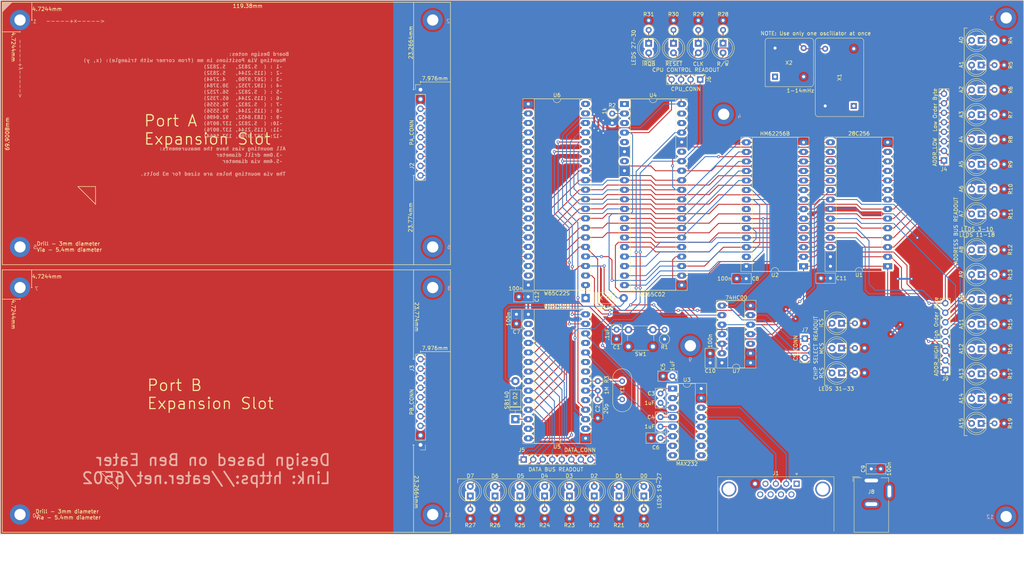
<source format=kicad_pcb>
(kicad_pcb (version 20240108) (generator "pcbnew") (generator_version "8.0")
  (layers (0 "F.Cu" signal) (31 "B.Cu" signal) (34 "B.Paste" user) (35 "F.Paste" user) (36 "B.SilkS" user "B.Silkscreen") (37 "F.SilkS" user "F.Silkscreen") (38 "B.Mask" user) (39 "F.Mask" user) (44 "Edge.Cuts" user))
  (net 0 "")
  (net 1 "~{RESET}")
  (net 2 "GND")
  (net 3 "Net-(U5-XTLI)")
  (net 4 "Net-(U3-C1-)")
  (net 5 "Net-(U3-C1+)")
  (net 6 "Net-(U3-C2-)")
  (net 7 "Net-(U3-C2+)")
  (net 8 "Net-(U3-VS+)")
  (net 9 "Net-(U3-VS-)")
  (net 10 "VCC")
  (net 11 "Net-(D1-K)")
  (net 12 "~{IRQB}")
  (net 13 "Net-(D2-K)")
  (net 14 "Net-(D3-K)")
  (net 15 "/a0")
  (net 16 "Net-(D4-K)")
  (net 17 "/a1")
  (net 18 "Net-(D5-K)")
  (net 19 "/a2")
  (net 20 "Net-(D6-K)")
  (net 21 "/a3")
  (net 22 "Net-(D7-K)")
  (net 23 "/a4")
  (net 24 "Net-(D8-K)")
  (net 25 "/a5")
  (net 26 "Net-(D9-K)")
  (net 27 "/a6")
  (net 28 "Net-(D10-K)")
  (net 29 "/a7")
  (net 30 "Net-(D11-K)")
  (net 31 "/a8")
  (net 32 "Net-(D12-K)")
  (net 33 "/a9")
  (net 34 "Net-(D13-K)")
  (net 35 "/a10")
  (net 36 "Net-(D14-K)")
  (net 37 "/a11")
  (net 38 "Net-(D15-K)")
  (net 39 "/a12")
  (net 40 "Net-(D16-K)")
  (net 41 "/a13")
  (net 42 "Net-(D17-K)")
  (net 43 "/a14")
  (net 44 "Net-(D18-K)")
  (net 45 "/a15")
  (net 46 "Net-(D19-K)")
  (net 47 "/d0")
  (net 48 "Net-(D20-K)")
  (net 49 "/d1")
  (net 50 "Net-(D21-K)")
  (net 51 "/d2")
  (net 52 "Net-(D22-K)")
  (net 53 "/d3")
  (net 54 "Net-(D23-K)")
  (net 55 "/d4")
  (net 56 "Net-(D24-K)")
  (net 57 "/d5")
  (net 58 "Net-(D25-K)")
  (net 59 "/d6")
  (net 60 "Net-(D26-K)")
  (net 61 "/d7")
  (net 62 "Net-(D27-K)")
  (net 63 "CLK")
  (net 64 "Net-(D28-K)")
  (net 65 "Net-(D29-K)")
  (net 66 "R{slash}~{W}")
  (net 67 "Net-(D30-K)")
  (net 68 "Net-(D31-K)")
  (net 69 "ICS")
  (net 70 "Net-(D32-K)")
  (net 71 "MCS")
  (net 73 "Net-(U3-T10)")
  (net 74 "Net-(U3-R1I)")
  (net 80 "Net-(J2-Pin_3)")
  (net 81 "Net-(J2-Pin_4)")
  (net 82 "Net-(J2-Pin_5)")
  (net 83 "Net-(J2-Pin_6)")
  (net 84 "Net-(J2-Pin_7)")
  (net 85 "Net-(J2-Pin_8)")
  (net 86 "Net-(J2-Pin_9)")
  (net 87 "Net-(J2-Pin_10)")
  (net 88 "Net-(J3-Pin_3)")
  (net 89 "Net-(J3-Pin_4)")
  (net 90 "Net-(J3-Pin_5)")
  (net 91 "Net-(J3-Pin_6)")
  (net 92 "Net-(J3-Pin_7)")
  (net 93 "Net-(J3-Pin_8)")
  (net 94 "Net-(J3-Pin_9)")
  (net 95 "Net-(J3-Pin_10)")
  (net 96 "RCS")
  (net 97 "Net-(U4-RDY)")
  (net 98 "Net-(U5-XTLO)")
  (net 105 "Net-(U3-T1I)")
  (net 106 "Net-(U3-R1O)")
  (net 127 "Net-(D33-K)")
  (footprint "Crystal:Crystal_HC49-4H_Vertical" (layer "F.Cu") (at 177.829 118.4942 90)
    (property "Reference" "Y1")
    (property "Value" "1.84Mhz")
  )
  (footprint "Resistor_THT:R_Axial_DIN0207_L6.3mm_D2.5mm_P2.54mm_Vertical" (layer "F.Cu") (at 277.0124 85.2424)
    (property "Reference" "R13")
    (property "Value" "R")
  )
  (footprint "Package_DIP:DIP-14_W7.62mm_Socket_LongPads" (layer "F.Cu") (at 212.0174 108.7374 180)
    (property "Reference" "U7")
    (property "Value" "74HC00")
  )
  (footprint "LED_THT:LED_D5.0mm" (layer "F.Cu") (at 273.4564 36.0426 180)
    (property "Reference" "D5")
    (property "Value" "LED")
  )
  (footprint "Resistor_THT:R_Axial_DIN0207_L6.3mm_D2.5mm_P2.54mm_Vertical" (layer "F.Cu") (at 277.0124 118.2624)
    (property "Reference" "R18")
    (property "Value" "R")
  )
  (footprint "Resistor_THT:R_Axial_DIN0207_L6.3mm_D2.5mm_P2.54mm_Vertical" (layer "F.Cu") (at 239.8304 104.8108)
    (property "Reference" "R33")
    (property "Value" "R")
  )
  (footprint "Connector_PinHeader_2.54mm:PinHeader_1x04_P2.54mm_Vertical" (layer "F.Cu") (at 198.5926 33.274 -90)
    (property "Reference" "J6")
    (property "Value" "CPU_CONN")
  )
  (footprint "Connector_PinHeader_2.54mm:PinHeader_1x08_P2.54mm_Vertical" (layer "F.Cu") (at 151.5872 134.493 90)
    (property "Reference" "J5")
    (property "Value" "DATA_CONN")
  )
  (footprint "LED_THT:LED_D5.0mm" (layer "F.Cu") (at 236.2744 104.8108 180)
    (property "Reference" "D32")
    (property "Value" "LED")
  )
  (footprint "Resistor_THT:R_Axial_DIN0207_L6.3mm_D2.5mm_P2.54mm_Vertical" (layer "F.Cu") (at 191.4906 20.066 90)
    (property "Reference" "R30")
    (property "Value" "R")
  )
  (footprint "LED_THT:LED_D5.0mm" (layer "F.Cu") (at 204.6986 23.622 -90)
    (property "Reference" "D27")
    (property "Value" "LED")
  )
  (footprint "Resistor_THT:R_Axial_DIN0207_L6.3mm_D2.5mm_P2.54mm_Vertical" (layer "F.Cu") (at 157.1752 147.7228 -90)
    (property "Reference" "R24")
    (property "Value" "R")
  )
  (footprint "Resistor_THT:R_Axial_DIN0207_L6.3mm_D2.5mm_P2.54mm_Vertical" (layer "F.Cu") (at 189.1066 102.4382 90)
    (property "Reference" "R1")
    (property "Value" "1k")
  )
  (footprint "Resistor_THT:R_Axial_DIN0207_L6.3mm_D2.5mm_P2.54mm_Vertical" (layer "F.Cu") (at 143.9672 147.7228 -90)
    (property "Reference" "R26")
    (property "Value" "R")
  )
  (footprint "LED_THT:LED_D5.0mm" (layer "F.Cu") (at 273.4614 105.0544 180)
    (property "Reference" "D15")
    (property "Value" "LED")
  )
  (footprint "Capacitor_THT:C_Disc_D5.0mm_W2.5mm_P2.50mm" (layer "F.Cu") (at 176.3304 99.8982 -90)
    (property "Reference" "C1")
    (property "Value" ".1uF")
  )
  (footprint "Diode_THT:D_DO-41_SOD81_P10.16mm_Horizontal" (layer "F.Cu") (at 149.381 123.7488 90)
    (property "Reference" "D2")
    (property "Value" "SB140")
  )
  (footprint "LED_THT:LED_D5.0mm" (layer "F.Cu") (at 137.3632 144.1958 90)
    (property "Reference" "D26")
    (property "Value" "LED")
  )
  (footprint "Resistor_THT:R_Axial_DIN0207_L6.3mm_D2.5mm_P2.54mm_Vertical" (layer "F.Cu") (at 277.0174 105.0544)
    (property "Reference" "R16")
    (property "Value" "R")
  )
  (footprint "Capacitor_THT:C_Disc_D5.0mm_W2.5mm_P2.50mm" (layer "F.Cu") (at 233.288 86.2076 180)
    (property "Reference" "C11")
    (property "Value" "100n")
  )
  (footprint "Resistor_THT:R_Axial_DIN0207_L6.3mm_D2.5mm_P2.54mm_Vertical" (layer "F.Cu") (at 204.6986 20.066 90)
    (property "Reference" "R28")
    (property "Value" "R")
  )
  (footprint "LED_THT:LED_D5.0mm" (layer "F.Cu") (at 236.2744 111.4402 180)
    (property "Reference" "D33")
    (property "Value" "LED")
  )
  (footprint "Resistor_THT:R_Axial_DIN0207_L6.3mm_D2.5mm_P2.54mm_Vertical" (layer "F.Cu") (at 277.0124 49.2506)
    (property "Reference" "R8")
    (property "Value" "R")
  )
  (footprint "LED_THT:LED_D5.0mm" (layer "F.Cu") (at 273.4564 29.4386 180)
    (property "Reference" "D4")
    (property "Value" "LED")
  )
  (footprint "LED_THT:LED_D5.0mm" (layer "F.Cu") (at 273.4564 49.2506 180)
    (property "Reference" "D7")
    (property "Value" "LED")
  )
  (footprint "Resistor_THT:R_Axial_DIN0207_L6.3mm_D2.5mm_P2.54mm_Vertical" (layer "F.Cu") (at 184.8866 20.066 90)
    (property "Reference" "R31")
    (property "Value" "R")
  )
  (footprint "Resistor_THT:R_Axial_DIN0207_L6.3mm_D2.5mm_P2.54mm_Vertical" (layer "F.Cu") (at 277.0124 124.8664)
    (property "Reference" "R19")
    (property "Value" "R")
  )
  (footprint "Package_DIP:DIP-40_W15.24mm_Socket_LongPads" (layer "F.Cu") (at 178.4386 39.7926)
    (property "Reference" "U4")
    (property "Value" "WD65C02")
  )
  (footprint "LED_THT:LED_D5.0mm" (layer "F.Cu") (at 143.9672 144.1958 90)
    (property "Reference" "D25")
    (property "Value" "LED")
  )
  (footprint "LED_THT:LED_D5.0mm" (layer "F.Cu") (at 236.2744 98.2068 180)
    (property "Reference" "D31")
    (property "Value" "LED")
  )
  (footprint "Resistor_THT:R_Axial_DIN0207_L6.3mm_D2.5mm_P2.54mm_Vertical" (layer "F.Cu") (at 175.1874 42.3418 -90)
    (property "Reference" "R2")
    (property "Value" "1k")
  )
  (footprint "Resistor_THT:R_Axial_DIN0207_L6.3mm_D2.5mm_P2.54mm_Vertical" (layer "F.Cu") (at 170.3832 147.7228 -90)
    (property "Reference" "R22")
    (property "Value" "R")
  )
  (footprint "LED_THT:LED_D5.0mm" (layer "F.Cu") (at 273.4564 124.8664 180)
    (property "Reference" "D18")
    (property "Value" "LED")
  )
  (footprint "Oscillator:Oscillator_DIP-8" (layer "F.Cu") (at 218.543269 32.5242)
    (property "Reference" "X2")
    (property "Value" "1-14mHz")
  )
  (footprint "LED_THT:LED_D5.0mm" (layer "F.Cu") (at 183.5912 144.2126 90)
    (property "Reference" "D19")
    (property "Value" "LED")
  )
  (footprint "Resistor_THT:R_Axial_DIN0207_L6.3mm_D2.5mm_P2.54mm_Vertical" (layer "F.Cu") (at 277.0124 91.8464)
    (property "Reference" "R14")
    (property "Value" "R")
  )
  (footprint "LED_THT:LED_D5.0mm" (layer "F.Cu") (at 150.5712 144.1958 90)
    (property "Reference" "D24")
    (property "Value" "LED")
  )
  (footprint "LED_THT:LED_D5.0mm" (layer "F.Cu") (at 273.4564 55.8546 180)
    (property "Reference" "D8")
    (property "Value" "LED")
  )
  (footprint "Connector_PinHeader_2.54mm:PinHeader_1x08_P2.54mm_Vertical" (layer "F.Cu") (at 263.5504 54.8386 180)
    (property "Reference" "J4")
    (property "Value" "ADDR_LOW")
  )
  (footprint "Resistor_THT:R_Axial_DIN0207_L6.3mm_D2.5mm_P2.54mm_Vertical" (layer "F.Cu") (at 239.8304 111.4148)
    (property "Reference" "R34")
    (property "Value" "R")
  )
  (footprint "LED_THT:LED_D5.0mm" (layer "F.Cu") (at 198.0946 23.622 -90)
    (property "Reference" "D28")
    (property "Value" "LED")
  )
  (footprint "LED_THT:LED_D5.0mm" (layer "F.Cu") (at 273.4564 78.6384 180)
    (property "Reference" "D11")
    (property "Value" "LED")
  )
  (footprint "LED_THT:LED_D5.0mm" (layer "F.Cu") (at 273.4564 69.0626 180)
    (property "Reference" "D10")
    (property "Value" "LED")
  )
  (footprint "Resistor_THT:R_Axial_DIN0207_L6.3mm_D2.5mm_P2.54mm_Vertical" (layer "F.Cu") (at 176.9872 147.7178 -90)
    (property "Reference" "R21")
    (property "Value" "R")
  )
  (footprint "Resistor_THT:R_Axial_DIN0207_L6.3mm_D2.5mm_P2.54mm_Vertical" (layer "F.Cu") (at 150.5712 147.7228 -90)
    (property "Reference" "R25")
    (property "Value" "R")
  )
  (footprint "Resistor_THT:R_Axial_DIN0207_L6.3mm_D2.5mm_P2.54mm_Vertical" (layer "F.Cu") (at 277.0124 69.0626)
    (property "Reference" "R11")
    (property "Value" "R")
  )
  (footprint "Button_Switch_THT:SW_PUSH_6mm" (layer "F.Cu") (at 186.0066 104.4088 180)
    (property "Reference" "SW1")
    (property "Value" "RESET")
  )
  (footprint "Resistor_THT:R_Axial_DIN0207_L6.3mm_D2.5mm_P2.54mm_Vertical" (layer "F.Cu") (at 277.0124 111.6584)
    (property "Reference" "R17")
    (property "Value" "R")
  )
  (footprint "Capacitor_THT:C_Disc_D5.0mm_W2.5mm_P2.50mm" (layer "F.Cu") (at 188.0362 128.778 180)
    (property "Reference" "C6")
    (property "Value" "1uF")
  )
  (footprint "Package_DIP:DIP-16_W7.62mm_Socket_LongPads" (layer "F.Cu") (at 191.262 115.5954)
    (property "Reference" "U3")
    (property "Value" "MAX232")
  )
  (footprint "Package_DIP:DIP-28_W15.24mm_Socket_LongPads" (layer "F.Cu") (at 248.5426 83.0176 180)
    (property "Reference" "U1")
    (property "Value" "28C256")
  )
  (footprint "Resistor_THT:R_Axial_DIN0207_L6.3mm_D2.5mm_P2.54mm_Vertical" (layer "F.Cu") (at 183.5912 147.7686 -90)
    (property "Reference" "R20" (hide yes))
    (property "Value" "R")
  )
  (footprint "Resistor_THT:R_Axial_DIN0207_L6.3mm_D2.5mm_P2.54mm_Vertical" (layer "F.Cu") (at 277.0124 98.4504)
    (property "Reference" "R15")
    (property "Value" "R")
  )
  (footprint "LED_THT:LED_D5.0mm" (layer "F.Cu") (at 176.9872 144.1958 90)
    (property "Reference" "D20")
    (property "Value" "LED")
  )
  (footprint "Connector_Dsub:DSUB-9_Female_Horizontal_P2.77x2.84mm_EdgePinOffset9.90mm_Housed_MountingHolesOffset11.32mm" (layer "F.Cu") (at 224.2948 140.948669)
    (property "Reference" "J1")
    (property "Value" "DE9_Plug")
  )
  (footprint "LED_THT:LED_D5.0mm" (layer "F.Cu") (at 273.4564 85.2424 180)
    (property "Reference" "D12")
    (property "Value" "LED")
  )
  (footprint "LED_THT:LED_D5.0mm" (layer "F.Cu") (at 273.4564 98.4504 180)
    (property "Reference" "D14")
    (property "Value" "LED")
  )
  (footprint "Resistor_THT:R_Axial_DIN0207_L6.3mm_D2.5mm_P2.54mm_Vertical" (layer "F.Cu") (at 163.7792 147.7228 -90)
    (property "Reference" "R23")
    (property "Value" "R")
  )
  (footprint "Capacitor_THT:C_Disc_D5.0mm_W2.5mm_P2.50mm" (layer "F.Cu") (at 191.222 112.2934 180)
    (property "Reference" "C5")
    (property "Value" "1uF")
  )
  (footprint "LED_THT:LED_D5.0mm" (layer "F.Cu") (at 273.4564 62.4586 180)
    (property "Reference" "D9")
    (property "Value" "LED")
  )
  (footprint "LED_THT:LED_D5.0mm" (layer "F.Cu") (at 273.4564 91.8464 180)
    (property "Reference" "D13")
    (property "Value" "LED")
  )
  (footprint "Resistor_THT:R_Axial_DIN0207_L6.3mm_D2.5mm_P2.54mm_Vertical" (layer "F.Cu") (at 198.0946 20.066 90)
    (property "Reference" "R29")
    (property "Value" "R")
  )
  (footprint "Package_DIP:DIP-28_W15.24mm_Socket_LongPads" (layer "F.Cu") (at 168.0754 128.845 180)
    (property "Reference" "U5")
    (property "Value" "W65C51N")
  )
  (footprint "LED_THT:LED_D5.0mm" (layer "F.Cu") (at 184.8866 23.622 -90)
    (property "Reference" "D30")
    (property "Value" "LED")
  )
  (footprint "LED_THT:LED_D5.0mm" (layer "F.Cu") (at 273.4564 42.6466 180)
    (property "Reference" "D6")
    (property "Value" "LED")
  )
  (footprint "Resistor_THT:R_Axial_DIN0207_L6.3mm_D2.5mm_P2.54mm_Vertical" (layer "F.Cu") (at 277.0124 78.6384)
    (property "Reference" "R12")
    (property "Value" "R")
  )
  (footprint "Connector_PinHeader_2.54mm:PinHeader_1x03_P2.54mm_Vertical" (layer "F.Cu") (at 226.4954 102.2858)
    (property "Reference" "J7")
    (property "Value" "CS_CONN")
  )
  (footprint "Resistor_THT:R_Axial_DIN0207_L6.3mm_D2.5mm_P2.54mm_Vertical" (layer "F.Cu") (at 277.0124 42.6466)
    (property "Reference" "R7")
    (property "Value" "R")
  )
  (footprint "Capacitor_THT:C_Disc_D5.0mm_W2.5mm_P2.50mm" (layer "F.Cu") (at 152.8064 91.1352 180)
    (property "Reference" "C12")
    (property "Value" "100n")
  )
  (footprint "Capacitor_THT:C_Disc_D5.0mm_W2.5mm_P2.50mm" (layer "F.Cu") (at 149.6568 95.8088 -90)
    (property "Reference" "C7")
    (property "Value" "100n")
  )
  (footprint "Package_DIP:DIP-28_W15.24mm_Socket_LongPads" (layer "F.Cu") (at 226.1398 83.0326 180)
    (property "Reference" "U2")
    (property "Value" "HM62256B")
  )
  (footprint "Capacitor_THT:C_Disc_D5.0mm_W2.5mm_P2.50mm" (layer "F.Cu") (at 188.0362 119.4108 90)
    (property "Reference" "C3")
    (property "Value" "1uF")
  )
  (footprint "Resistor_THT:R_Axial_DIN0207_L6.3mm_D2.5mm_P2.54mm_Vertical" (layer "F.Cu") (at 277.0124 29.4386)
    (property "Reference" "R5")
    (property "Value" "R")
  )
  (footprint "LED_THT:LED_D5.0mm" (layer "F.Cu") (at 191.4906 23.622 -90)
    (property "Reference" "D29")
    (property "Value" "LED")
  )
  (footprint "Connector_PinHeader_2.54mm:PinHeader_1x08_P2.54mm_Vertical" (layer "F.Cu") (at 263.906 110.6424 180)
    (property "Reference" "J9")
    (property "Value" "ADDR_HIGH")
  )
  (footprint "Capacitor_THT:C_Disc_D5.0mm_W2.5mm_P2.50mm" (layer "F.Cu") (at 244.1852 136.9822)
    (property "Reference" "C9")
    (property "Value" "100n")
  )
  (footprint "Resistor_THT:R_Axial_DIN0207_L6.3mm_D2.5mm_P2.54mm_Vertical" (layer "F.Cu") (at 277.0124 36.0426)
    (property "Reference" "R6")
    (property "Value" "R")
  )
  (footprint "Resistor_THT:R_Axial_DIN0207_L6.3mm_D2.5mm_P2.54mm_Vertical" (layer "F.Cu") (at 277.0124 22.8346)
    (property "Reference" "R4")
    (property "Value" "R")
  )
  (footprint "Connector_BarrelJack:BarrelJack_GCT_DCJ200-10-A_Horizontal" (layer "F.Cu") (at 244.1956 140.081)
    (property "Reference" "J8")
    (property "Value" "PWR_IN")
  )
  (footprint "Resistor_THT:R_Axial_DIN0207_L6.3mm_D2.5mm_P2.54mm_Vertical" (layer "F.Cu") (at 277.0124 62.4586)
    (property "Reference" "R10")
    (property "Value" "R")
  )
  (footprint "LED_THT:LED_D5.0mm" (layer "F.Cu") (at 163.7792 144.1958 90)
    (property "Reference" "D22")
    (property "Value" "LED")
  )
  (footprint "Connector_PinHeader_2.54mm:PinHeader_1x10_P2.54mm_Vertical" (layer "F.Cu") (at 124.1044 130.6068 180)
    (property "Reference" "J3")
    (property "Value" "PB_CONN")
  )
  (footprint "Resistor_THT:R_Axial_DIN0207_L6.3mm_D2.5mm_P2.54mm_Vertical" (layer "F.Cu") (at 239.8304 98.2068)
    (property "Reference" "R32")
    (property "Value" "R")
  )
  (footprint "Capacitor_THT:C_Disc_D5.0mm_W2.5mm_P2.50mm" (layer "F.Cu") (at 210.8598 86.3092 180)
    (property "Reference" "C8")
    (property "Value" "100n")
  )
  (footprint "Capacitor_THT:C_Disc_D5.0mm_W2.5mm_P2.50mm" (layer "F.Cu") (at 201.2642 108.7428 90)
    (property "Reference" "C10")
    (property "Value" "100n")
  )
  (footprint "Resistor_THT:R_Axial_DIN0207_L6.3mm_D2.5mm_P2.54mm_Vertical" (layer "F.Cu") (at 171.3266 113.6142 -90)
    (property "Reference" "R3")
    (property "Value" "1M")
  )
  (footprint "LED_THT:LED_D5.0mm" (layer "F.Cu") (at 273.4564 22.8346 180)
    (property "Reference" "D3")
    (property "Value" "LED")
  )
  (footprint "Oscillator:Oscillator_DIP-14" (layer "F.Cu") (at 239.522 40.3098 90)
    (property "Reference" "X1")
    (property "Value" "1-14mHz")
  )
  (footprint "Diode_THT:D_DO-41_SOD81_P10.16mm_Horizontal" (layer "F.Cu") (at 168.0754 91.4908)
    (property "Reference" "D1")
    (property "Value" "SB140")
  )
  (footprint "Capacitor_THT:C_Disc_D5.0mm_W2.5mm_P2.50mm" (layer "F.Cu") (at 188.0362 125.7154 90)
    (property "Reference" "C4")
    (property "Value" "1uF")
  )
  (footprint "Capacitor_THT:C_Disc_D5.0mm_W2.5mm_P5.00mm" (layer "F.Cu") (at 171.3266 118.491 -90)
    (property "Reference" "C2")
    (property "Value" "20p")
  )
  (footprint "LED_THT:LED_D5.0mm" (layer "F.Cu") (at 273.4564 118.2624 180)
    (property "Reference" "D17")
    (property "Value" "LED")
  )
  (footprint "Resistor_THT:R_Axial_DIN0207_L6.3mm_D2.5mm_P2.54mm_Vertical" (layer "F.Cu") (at 137.3632 147.7228 -90)
    (property "Reference" "R27")
    (property "Value" "R")
  )
  (footprint "LED_THT:LED_D5.0mm" (layer "F.Cu") (at 273.4564 111.6584 180)
    (property "Reference" "D16")
    (property "Value" "LED")
  )
  (footprint "LED_THT:LED_D5.0mm" (layer "F.Cu") (at 157.1752 144.1958 90)
    (property "Reference" "D23")
    (property "Value" "LED")
  )
  (footprint "Resistor_THT:R_Axial_DIN0207_L6.3mm_D2.5mm_P2.54mm_Vertical" (layer "F.Cu") (at 277.0124 55.8546)
    (property "Reference" "R9")
    (property "Value" "R")
  )
  (footprint "Package_DIP:DIP-40_W15.24mm_Socket_LongPads" (layer "F.Cu") (at 152.8304 39.7722)
    (property "Reference" "U6")
    (property "Value" "W65C22S")
  )
  (footprint "Connector_PinHeader_2.54mm:PinHeader_1x10_P2.54mm_Vertical" (layer "F.Cu") (at 124.1044 35.9664)
    (property "Reference" "J2")
    (property "Value" "PA_CONN")
  )
  (footprint "LED_THT:LED_D5.0mm" (layer "F.Cu") (at 170.3832 144.1958 90)
    (property "Reference" "D21")
    (property "Value" "LED")
  )
  (gr_poly (pts (xy 12.7508 15.2654) (xy 15.2908 12.7508) (xy 12.7508 12.7508)) (fill solid) (layer "B.SilkS"))
  (gr_line (start 12.954 83.9724) (end 12.7 83.9724) (stroke (width 0.15)) (layer "F.SilkS"))
  (gr_line (start 12.7 82.6008) (end 12.7 12.7) (stroke (width 0.15)) (layer "F.SilkS"))
  (gr_line (start 122.2502 130.6068) (end 122.2502 153.8732) (stroke (width 0.15)) (layer "F.SilkS"))
  (gr_line (start 122.047 107.7468) (end 122.4534 107.7468) (stroke (width 0.15)) (layer "F.SilkS"))
  (gr_line (start 122.047 130.6068) (end 122.4534 130.6068) (stroke (width 0.15)) (layer "F.SilkS"))
  (gr_line (start 20.574 12.7254) (end 20.574 17.4498) (stroke (width 0.15)) (layer "F.SilkS"))
  (gr_line (start 132.08 82.6008) (end 132.08 12.7) (stroke (width 0.15)) (layer "F.SilkS"))
  (gr_line (start 122.4788 35.9664) (end 122.0724 35.9664) (stroke (width 0.15)) (layer "F.SilkS"))
  (gr_line (start 132.08 12.7) (end 12.7 12.7) (stroke (width 0.15)) (layer "F.SilkS"))
  (gr_line (start 268.9352 75.3364) (end 268.9352 128.1176) (stroke (width 0.15)) (layer "F.SilkS"))
  (gr_line (start 125.8824 83.9724) (end 50.546 83.9724) (stroke (width 0.15)) (layer "F.SilkS"))
  (gr_line (start 17.4244 91.7956) (end 12.7 91.7956) (stroke (width 0.15)) (layer "F.SilkS"))
  (gr_line (start 124.1044 34.1884) (end 124.1044 33.6804) (stroke (width 0.15)) (layer "F.SilkS"))
  (gr_line (start 20.4216 17.4752) (end 20.7264 17.4752) (stroke (width 0.15)) (layer "F.SilkS"))
  (gr_poly (pts (xy 38.7604 137.668) (xy 43.4848 142.3924) (xy 43.4848 137.668)) (stroke (width 0.15)) (fill none) (layer "F.SilkS"))
  (gr_poly (pts (xy 32.8168 61.7728) (xy 37.5412 66.4972) (xy 37.5412 61.7728)) (stroke (width 0.15)) (fill none) (layer "F.SilkS"))
  (gr_line (start 269.748 75.3364) (end 268.9352 75.3364) (stroke (width 0.15)) (layer "F.SilkS"))
  (gr_line (start 132.08 96.4692) (end 132.08 84.7852) (stroke (width 0.15)) (layer "F.SilkS"))
  (gr_line (start 20.3708 88.7222) (end 20.6756 88.7222) (stroke (width 0.15)) (layer "F.SilkS"))
  (gr_line (start 132.08 152.4) (end 132.08 96.4692) (stroke (width 0.15)) (layer "F.SilkS"))
  (gr_line (start 122.2756 35.9664) (end 122.2756 12.7) (stroke (width 0.15)) (layer "F.SilkS"))
  (gr_line (start 268.9352 72.3392) (end 268.9352 19.558) (stroke (width 0.15)) (layer "F.SilkS"))
  (gr_line (start 132.08 152.4) (end 132.08 153.8732) (stroke (width 0.15)) (layer "F.SilkS"))
  (gr_line (start 124.1552 82.6008) (end 12.7 82.6008) (stroke (width 0.15)) (layer "F.SilkS"))
  (gr_line (start 19.4564 83.9724) (end 12.954 83.9724) (stroke (width 0.15)) (layer "F.SilkS"))
  (gr_line (start 50.546 83.9724) (end 19.4564 83.9724) (stroke (width 0.15)) (layer "F.SilkS"))
  (gr_line (start 124.1044 105.7656) (end 132.08 105.7656) (stroke (width 0.15)) (layer "F.SilkS"))
  (gr_line (start 17.4244 91.6432) (end 17.4244 91.948) (stroke (width 0.15)) (layer "F.SilkS"))
  (gr_line (start 125.8824 83.9724) (end 132.08 83.9724) (stroke (width 0.15)) (layer "F.SilkS"))
  (gr_line (start 12.7 83.9724) (end 12.7 153.8732) (stroke (width 0.15)) (layer "F.SilkS"))
  (gr_line (start 232.664 94.8944) (end 231.7496 94.8944) (stroke (width 0.15)) (layer "F.SilkS"))
  (gr_line (start 124.1044 33.9344) (end 132.08 33.9344) (stroke (width 0.15)) (layer "F.SilkS"))
  (gr_line (start 125.3236 82.6008) (end 132.08 82.6008) (stroke (width 0.15)) (layer "F.SilkS"))
  (gr_line (start 132.08 153.8732) (end 129.1336 153.8732) (stroke (width 0.15)) (layer "F.SilkS"))
  (gr_line (start 122.2502 107.7468) (end 122.2502 83.9724) (stroke (width 0.15)) (layer "F.SilkS"))
  (gr_line (start 268.9352 72.3392) (end 269.748 72.3392) (stroke (width 0.15)) (layer "F.SilkS"))
  (gr_line (start 268.9352 19.558) (end 269.748 19.558) (stroke (width 0.15)) (layer "F.SilkS"))
  (gr_line (start 132.08 84.7852) (end 132.08 83.9724) (stroke (width 0.15)) (layer "F.SilkS"))
  (gr_line (start 231.7496 114.7572) (end 232.664 114.7572) (stroke (width 0.15)) (layer "F.SilkS"))
  (gr_line (start 134.0104 139.6492) (end 134.0104 140.716) (stroke (width 0.15)) (layer "F.SilkS"))
  (gr_line (start 122.4788 58.8264) (end 122.0724 58.8264) (stroke (width 0.15)) (layer "F.SilkS"))
  (gr_line (start 267.6144 73.8124) (end 276.9108 73.8124) (stroke (width 0.15)) (layer "F.SilkS"))
  (gr_line (start 17.4244 20.4216) (end 17.4244 20.7264) (stroke (width 0.15)) (layer "F.SilkS"))
  (gr_line (start 129.1336 153.8732) (end 12.7 153.8732) (stroke (width 0.15)) (layer "F.SilkS"))
  (gr_line (start 20.5232 83.9724) (end 20.5232 88.6968) (stroke (width 0.15)) (layer "F.SilkS"))
  (gr_line (start 124.1552 82.6008) (end 125.3236 82.6008) (stroke (width 0.15)) (layer "F.SilkS"))
  (gr_line (start 122.2756 58.8264) (end 122.2756 82.6008) (stroke (width 0.15)) (layer "F.SilkS"))
  (gr_line (start 268.9352 128.1176) (end 269.748 128.1176) (stroke (width 0.15)) (layer "F.SilkS"))
  (gr_line (start 124.1044 106.0196) (end 124.1044 105.5116) (stroke (width 0.15)) (layer "F.SilkS"))
  (gr_line (start 186.944 139.6492) (end 134.0104 139.6492) (stroke (width 0.15)) (layer "F.SilkS"))
  (gr_poly (pts (xy 12.751308 15.265913) (xy 15.291308 12.751313) (xy 12.751308 12.751313)) (fill solid) (layer "F.SilkS"))
  (gr_line (start 231.7496 94.8944) (end 231.7496 114.7572) (stroke (width 0.15)) (layer "F.SilkS"))
  (gr_line (start 186.944 140.716) (end 186.944 139.6492) (stroke (width 0.15)) (layer "F.SilkS"))
  (gr_line (start 17.4244 20.574) (end 12.7 20.574) (stroke (width 0.15)) (layer "F.SilkS"))
  (gr_line (start 284.8356 12.1412) (end 12.1412 12.1412) (stroke (width 0.1)) (layer "Edge.Cuts"))
  (gr_line (start 284.8356 154.432) (end 284.8356 12.1412) (stroke (width 0.1)) (layer "Edge.Cuts"))
  (gr_line (start 248.92 154.432) (end 12.1412 154.432) (stroke (width 0.1)) (layer "Edge.Cuts"))
  (gr_line (start 248.92 154.432) (end 284.8356 154.432) (stroke (width 0.1)) (layer "Edge.Cuts"))
  (gr_line (start 12.1412 154.432) (end 12.1412 12.1412) (stroke (width 0.1)) (layer "Edge.Cuts"))
  (gr_text "7" (at 22.4536 89.6112 0) (layer "B.SilkS") (effects (font (size 1 1)) (justify left bottom mirror)))
  (gr_text "9" (at 196.5452 108.4834 0) (layer "B.SilkS") (effects (font (size 1 1)) (justify left bottom mirror)))
  (gr_text "3" (at 276.7838 17.5514 0) (layer "B.SilkS") (effects (font (size 1 1)) (justify left bottom mirror)))
  (gr_text "8" (at 132.334 89.4842 0) (layer "B.SilkS") (effects (font (size 1 1)) (justify left bottom mirror)))
  (gr_text "-----+x----->" (at 24.257 17.2466 180) (layer "B.SilkS") (effects (font (size 1 1)) (justify left bottom mirror)))
  (gr_text "Board Design notes:\n Mounting Via Positions in mm (from corner with triangle): (x, y)\n  -1 : (  5.2832,   5.2832)\n  -2 : (115.2144,   5.2832)\n  -3 : (267.9700,   4.2744)\n  -4 : (192.7352,  30.3784)\n  -5 : (  5.2832,  56.7252)\n  -6 : (115.2144,  65.7352)\n  -7 : (  5.2832,  76.5556)\n  -8 : (115.2144,  76.5556)\n  -9 : (183.8452,  92.0496)\n  -10: (  5.2832, 137.0076)\n  -11: (115.2144, 137.0076)\n  -12: (267.9700, 137.5664)\n \n All mounting vias have the measurements:\n  -3.0mm drill diameter\n  -5.4mm via diameter\n \n The via mounting holes are sized for m3 bolts." (at 89.027 59.055 0) (layer "B.SilkS") (effects (font (size 1 1) (thickness 0.2) (bold yes)) (justify left bottom mirror)))
  (gr_text "4" (at 209.6262 43.688 0) (layer "B.SilkS") (effects (font (size 1 1)) (justify left bottom mirror)))
  (gr_text "6" (at 132.2832 78.5114 0) (layer "B.SilkS") (effects (font (size 1 1)) (justify left bottom mirror)))
  (gr_text "-----+y----->" (at 17.9324 22.4536 90) (layer "B.SilkS") (effects (font (size 1 1)) (justify left bottom mirror)))
  (gr_text "11 " (at 132.461 149.7838 0) (layer "B.SilkS") (effects (font (size 1 1)) (justify left bottom mirror)))
  (gr_text "Design based on Ben Eater\nLink: https://eater.net/6502" (at 100.3808 141.224 0) (layer "B.SilkS") (effects (font (size 3 3) (thickness 0.45)) (justify left bottom mirror)))
  (gr_text "12" (at 276.86 150.368 0) (layer "B.SilkS") (effects (font (size 1 1)) (justify left bottom mirror)))
  (gr_text "2" (at 132.0546 18.3388 0) (layer "B.SilkS") (effects (font (size 1 1)) (justify left bottom mirror)))
  (gr_text "10" (at 22.7584 150.0632 0) (layer "B.SilkS") (effects (font (size 1 1)) (justify left bottom mirror)))
  (gr_text "5" (at 21.9964 78.486 0) (layer "B.SilkS") (effects (font (size 1 1)) (justify left bottom mirror)))
  (gr_text "1" (at 21.8948 18.3642 0) (layer "B.SilkS") (effects (font (size 1 1)) (justify left bottom mirror)))
  (gr_text "RCS" (at 231.5464 112.9792 90) (layer "F.SilkS") (effects (font (size 1 1)) (justify left bottom)))
  (gr_text "4.7244mm" (at 15.0622 20.574 -90) (layer "F.SilkS") (effects (font (size 1 1)) (justify left bottom)))
  (gr_text "A12" (at 268.732 106.4768 90) (layer "F.SilkS") (effects (font (size 1 1)) (justify left bottom)))
  (gr_text "LEDS 11-18" (at 267.5128 75.2348 0) (layer "F.SilkS") (effects (font (size 1 1)) (justify left bottom)))
  (gr_text "D3" (at 162.6616 139.446 0) (layer "F.SilkS") (effects (font (size 1 1)) (justify left bottom)))
  (gr_text "23.2664mm" (at 122.428 138.6332 -90) (layer "F.SilkS") (effects (font (size 1 1)) (justify left bottom)))
  (gr_text "A6" (at 268.732 63.3984 90) (layer "F.SilkS") (effects (font (size 1 1)) (justify left bottom)))
  (gr_text "4.7244mm" (at 20.5232 86.3346 0) (layer "F.SilkS") (effects (font (size 1 1)) (justify left bottom)))
  (gr_text "D5" (at 149.6568 139.446 0) (layer "F.SilkS") (effects (font (size 1 1)) (justify left bottom)))
  (gr_text "A8" (at 268.732 79.5528 90) (layer "F.SilkS") (effects (font (size 1 1)) (justify left bottom)))
  (gr_text "A9" (at 268.732 86.1568 90) (layer "F.SilkS") (effects (font (size 1 1)) (justify left bottom)))
  (gr_text "A0" (at 268.732 23.7236 90) (layer "F.SilkS") (effects (font (size 1 1)) (justify left bottom)))
  (gr_text "A2" (at 268.732 36.9316 90) (layer "F.SilkS") (effects (font (size 1 1)) (justify left bottom)))
  (gr_text "Port A\nExpansion Slot" (at 50.292 50.8508 0) (layer "F.SilkS") (effects (font (size 3 3) (thickness 0.3)) (justify left bottom)))
  (gr_text "~{IRQB}" (at 183.007 29.718 0) (layer "F.SilkS") (effects (font (size 1 1)) (justify left bottom)))
  (gr_text "MCS" (at 231.5464 106.5276 90) (layer "F.SilkS") (effects (font (size 1 1)) (justify left bottom)))
  (gr_text "LEDS 31-33" (at 230.0224 116.2304 0) (layer "F.SilkS") (effects (font (size 1 1)) (justify left bottom)))
  (gr_text "~{RESET}" (at 189.23 29.718 0) (layer "F.SilkS") (effects (font (size 1 1)) (justify left bottom)))
  (gr_text "D0" (at 182.5244 139.446 0) (layer "F.SilkS") (effects (font (size 1 1)) (justify left bottom)))
  (gr_text "A11" (at 268.732 99.8728 90) (layer "F.SilkS") (effects (font (size 1 1)) (justify left bottom)))
  (gr_text "CPU CONTROL READOUT" (at 185.7248 31.2928 0) (layer "F.SilkS") (effects (font (size 1 1)) (justify left bottom)))
  (gr_text "7.976mm" (at 124.3584 105.41 0) (layer "F.SilkS") (effects (font (size 1 1)) (justify left bottom)))
  (gr_text "A3" (at 268.732 43.5864 90) (layer "F.SilkS") (effects (font (size 1 1)) (justify left bottom)))
  (gr_text "7.976mm" (at 124.3584 33.5788 0) (layer "F.SilkS") (effects (font (size 1 1)) (justify left bottom)))
  (gr_text "A14" (at 268.732 119.6848 90) (layer "F.SilkS") (effects (font (size 1 1)) (justify left bottom)))
  (gr_text "A15" (at 268.732 126.2888 90) (layer "F.SilkS") (effects (font (size 1 1)) (justify left bottom)))
  (gr_text "D2" (at 169.2656 139.446 0) (layer "F.SilkS") (effects (font (size 1 1)) (justify left bottom)))
  (gr_text "119.38mm" (at 74.0156 14.2748 0) (layer "F.SilkS") (effects (font (size 1 1)) (justify left bottom)))
  (gr_text "NOTE: Use only one oscillator at once" (at 214.6046 21.5646 0) (layer "F.SilkS") (effects (font (size 1 1)) (justify left bottom)))
  (gr_text "A1" (at 268.732 30.2768 90) (layer "F.SilkS") (effects (font (size 1 1)) (justify left bottom)))
  (gr_text "A5" (at 268.732 56.7944 90) (layer "F.SilkS") (effects (font (size 1 1)) (justify left bottom)))
  (gr_text "LEDS 27-30" (at 181.483 29.591 90) (layer "F.SilkS") (effects (font (size 1 1)) (justify left bottom)))
  (gr_text "A13" (at 268.732 113.0808 90) (layer "F.SilkS") (effects (font (size 1 1)) (justify left bottom)))
  (gr_text "4.7244mm" (at 20.574 15.0876 0) (layer "F.SilkS") (effects (font (size 1 1)) (justify left bottom)))
  (gr_text "23.774mm" (at 122.5042 92.4814 -90) (layer "F.SilkS") (effects (font (size 1 1)) (justify left bottom)))
  (gr_text "R/~{W}" (at 202.946 29.718 0) (layer "F.SilkS") (effects (font (size 1 1)) (justify left bottom)))
  (gr_text "Drill - 3mm diameter\nVia - 5.4mm diameter" (at 21.4884 150.5204 0) (layer "F.SilkS") (effects (font (size 1 1)) (justify left bottom)))
  (gr_text "High Order Byte" (at 262.0772 103.378 90) (layer "F.SilkS") (effects (font (size 1 1)) (justify left bottom)))
  (gr_text "D7" (at 136.2964 139.446 0) (layer "F.SilkS") (effects (font (size 1 1)) (justify left bottom)))
  (gr_text "CLK" (at 196.596 29.718 0) (layer "F.SilkS") (effects (font (size 1 1)) (justify left bottom)))
  (gr_text "Drill - 3mm diameter\nVia - 5.4mm diameter" (at 21.7932 79.1972 0) (layer "F.SilkS") (effects (font (size 1 1)) (justify left bottom)))
  (gr_text "DATA BUS READOUT" (at 152.7556 137.7188 0) (layer "F.SilkS") (effects (font (size 1 1)) (justify left bottom)))
  (gr_text "LEDS 3-10" (at 268.0208 73.7108 0) (layer "F.SilkS") (effects (font (size 1 1)) (justify left bottom)))
  (gr_text "LEDS 19-27" (at 188.3156 147.6248 90) (layer "F.SilkS") (effects (font (size 1 1)) (justify left bottom)))
  (gr_text "69.9008mm" (at 14.6304 52.2732 90) (layer "F.SilkS") (effects (font (size 1 1)) (justify left bottom)))
  (gr_text "CHIP SELECT READOUT" (at 229.9716 113.3856 90) (layer "F.SilkS") (effects (font (size 1 1)) (justify left bottom)))
  (gr_text "A7" (at 268.732 70.0024 90) (layer "F.SilkS") (effects (font (size 1 1)) (justify left bottom)))
  (gr_text "23.2664mm" (at 122.0978 27.94 90) (layer "F.SilkS") (effects (font (size 1 1)) (justify left bottom)))
  (gr_text "A4" (at 268.732 50.1904 90) (layer "F.SilkS") (effects (font (size 1 1)) (justify left bottom)))
  (gr_text "Low Order Byte" (at 261.747 47.244 90) (layer "F.SilkS") (effects (font (size 1 1)) (justify left bottom)))
  (gr_text "A10" (at 268.732 93.2688 90) (layer "F.SilkS") (effects (font (size 1 1)) (justify left bottom)))
  (gr_text "D1" (at 175.9204 139.446 0) (layer "F.SilkS") (effects (font (size 1 1)) (justify left bottom)))
  (gr_text "Port B\nExpansion Slot" (at 51.1048 121.3104 0) (layer "F.SilkS") (effects (font (size 3 3) (thickness 0.3)) (justify left bottom)))
  (gr_text "23.774mm" (at 122.0216 74.0664 90) (layer "F.SilkS") (effects (font (size 1 1)) (justify left bottom)))
  (gr_text "4.7244mm" (at 15.0622 91.7956 -90) (layer "F.SilkS") (effects (font (size 1 1)) (justify left bottom)))
  (gr_text "D6" (at 142.8496 139.446 0) (layer "F.SilkS") (effects (font (size 1 1)) (justify left bottom)))
  (gr_text "ADDRESS BUS READOUT" (at 267.3096 82.4992 90) (layer "F.SilkS") (effects (font (size 1 1)) (justify left bottom)))
  (gr_text "D4" (at 156.0576 139.446 0) (layer "F.SilkS") (effects (font (size 1 1)) (justify left bottom)))
  (gr_text "ICS" (at 231.4448 99.4156 90) (layer "F.SilkS") (effects (font (size 1 1)) (justify left bottom)))
  (segment (start 175.26 99.8982) (end 176.3304 99.8982) (width 0.25) (layer "F.Cu") (net 1))
  (segment (start 176.3304 99.8982) (end 189.1066 99.8982) (width 0.25) (layer "F.Cu") (net 1))
  (segment (start 193.5126 39.6266) (end 193.6786 39.7926) (width 0.25) (layer "F.Cu") (net 1))
  (segment (start 193.5126 28.184) (end 193.5126 33.274) (width 0.25) (layer "F.Cu") (net 1))
  (segment (start 169.0624 93.7006) (end 175.26 99.8982) (width 0.25) (layer "F.Cu") (net 1))
  (segment (start 166.0434 119.193) (end 168.0754 121.225) (width 0.25) (layer "F.Cu") (net 1))
  (segment (start 193.5126 33.274) (end 193.5126 39.6266) (width 0.25) (layer "F.Cu") (net 1))
  (segment (start 166.0434 91.3892) (end 166.0434 119.193) (width 0.25) (layer "F.Cu") (net 1))
  (segment (start 161.9292 55.0122) (end 161.925 55.0164) (width 0.25) (layer "F.Cu") (net 1))
  (segment (start 191.4906 26.162) (end 193.5126 28.184) (width 0.25) (layer "F.Cu") (net 1))
  (segment (start 166.0434 92.3088) (end 167.4352 93.7006) (width 0.25) (layer "F.Cu") (net 1))
  (segment (start 168.0704 55.0122) (end 161.9292 55.0122) (width 0.25) (layer "F.Cu") (net 1))
  (segment (start 167.4352 93.7006) (end 169.0624 93.7006) (width 0.25) (layer "F.Cu") (net 1))
  (segment (start 166.0434 91.3892) (end 166.0434 92.3088) (width 0.25) (layer "F.Cu") (net 1))
  (via (at 161.925 55.0164) (size 0.8) (drill 0.4) (layers "F.Cu" "B.Cu") (net 1))
  (via (at 166.0434 91.3892) (size 0.8) (drill 0.4) (layers "F.Cu" "B.Cu") (net 1))
  (segment (start 170.0276 43.561) (end 166.4208 43.561) (width 0.25) (layer "B.Cu") (net 1))
  (segment (start 189.0466 39.7926) (end 182.7128 46.1264) (width 0.25) (layer "B.Cu") (net 1))
  (segment (start 161.954 67.3354) (end 166.018 71.3994) (width 0.25) (layer "B.Cu") (net 1))
  (segment (start 166.018 71.3994) (end 166.018 91.3638) (width 0.25) (layer "B.Cu") (net 1))
  (segment (start 172.593 46.1264) (end 170.0276 43.561) (width 0.25) (layer "B.Cu") (net 1))
  (segment (start 161.954 55.0454) (end 161.954 67.3354) (width 0.25) (layer "B.Cu") (net 1))
  (segment (start 166.4208 43.561) (end 161.954 48.0278) (width 0.25) (layer "B.Cu") (net 1))
  (segment (start 193.6786 39.7926) (end 189.0466 39.7926) (width 0.25) (layer "B.Cu") (net 1))
  (segment (start 161.954 54.9874) (end 161.925 55.0164) (width 0.25) (layer "B.Cu") (net 1))
  (segment (start 182.7128 46.1264) (end 172.593 46.1264) (width 0.25) (layer "B.Cu") (net 1))
  (segment (start 166.018 91.3638) (end 166.0434 91.3892) (width 0.25) (layer "B.Cu") (net 1))
  (segment (start 161.954 48.0278) (end 161.954 54.9874) (width 0.25) (layer "B.Cu") (net 1))
  (segment (start 161.925 55.0164) (end 161.954 55.0454) (width 0.25) (layer "B.Cu") (net 1))
  (via (at 127.3556 149.1488) (size 5.4) (drill 3) (layers "F.Cu" "B.Cu") (net 2))
  (via (at 251.2314 86.36) (size 0.8) (drill 0.4) (layers "F.Cu" "B.Cu") (net 2))
  (via (at 256.4384 75.438) (size 0.8) (drill 0.4) (layers "F.Cu" "B.Cu") (net 2))
  (via (at 17.4244 88.6968) (size 5.4) (drill 3) (layers "F.Cu" "B.Cu") (net 2))
  (via (at 17.4244 17.4244) (size 5.4) (drill 3) (layers "F.Cu" "B.Cu") (net 2))
  (via (at 249.3772 101.1174) (size 0.8) (drill 0.4) (layers "F.Cu" "B.Cu") (net 2))
  (via (at 280.1112 149.7076) (size 5.4) (drill 3) (layers "F.Cu" "B.Cu") (net 2))
  (via (at 221.4372 94.4372) (size 0.8) (drill 0.4) (layers "F.Cu" "B.Cu") (net 2))
  (via (at 251.9172 98.5774) (size 0.8) (drill 0.4) (layers "F.Cu" "B.Cu") (net 2))
  (via (at 17.4244 149.1488) (size 5.4) (drill 3) (layers "F.Cu" "B.Cu") (net 2))
  (via (at 254.9144 86.36) (size 0.8) (drill 0.4) (layers "F.Cu" "B.Cu") (net 2))
  (via (at 17.4244 77.8764) (size 5.4) (drill 3) (layers "F.Cu" "B.Cu") (net 2))
  (via (at 224.0026 97.0026) (size 0.8) (drill 0.4) (layers "F.Cu" "B.Cu") (net 2))
  (via (at 127.3556 17.4244) (size 5.4) (drill 3) (layers "F.Cu" "B.Cu") (net 2))
  (via (at 204.8764 42.5196) (size 5.4) (drill 3) (layers "F.Cu" "B.Cu") (net 2))
  (via (at 280.1112 16.8656) (size 5.4) (drill 3) (layers "F.Cu" "B.Cu") (net 2))
  (via (at 127.3556 88.6968) (size 5.4) (drill 3) (layers "F.Cu" "B.Cu") (net 2))
  (via (at 195.9864 104.1908) (size 5.4) (drill 3) (layers "F.Cu" "B.Cu") (net 2))
  (via (at 127.3556 77.8764) (size 5.4) (drill 3) (layers "F.Cu" "B.Cu") (net 2))
  (segment (start 251.2314 86.36) (end 254.9144 86.36) (width 0.5) (layer "B.Cu") (net 2))
  (segment (start 233.3026 67.7776) (end 240.142 67.7776) (width 0.25) (layer "B.Cu") (net 2))
  (segment (start 221.4372 94.4372) (end 224.0026 97.0026) (width 0.5) (layer "B.Cu") (net 2))
  (segment (start 240.142 67.7776) (end 241.4016 69.0372) (width 0.25) (layer "B.Cu") (net 2))
  (segment (start 250.0376 69.0372) (end 256.4384 75.438) (width 0.25) (layer "B.Cu") (net 2))
  (segment (start 241.4016 69.0372) (end 250.0376 69.0372) (width 0.25) (layer "B.Cu") (net 2))
  (segment (start 251.9172 98.5774) (end 249.3772 101.1174) (width 0.5) (layer "B.Cu") (net 2))
  (segment (start 171.3266 116.1542) (end 171.3266 118.491) (width 0.25) (layer "F.Cu") (net 3))
  (segment (start 171.3298 118.4942) (end 171.3266 118.491) (width 0.25) (layer "F.Cu") (net 3))
  (segment (start 177.829 118.4942) (end 171.3298 118.4942) (width 0.25) (layer "F.Cu") (net 3))
  (segment (start 171.3174 116.145) (end 171.3266 116.1542) (width 0.25) (layer "F.Cu") (net 3))
  (segment (start 168.0754 116.145) (end 171.3174 116.145) (width 0.25) (layer "F.Cu") (net 3))
  (segment (start 191.262 120.6754) (end 189.3008 120.6754) (width 0.25) (layer "F.Cu") (net 4))
  (segment (start 189.3008 120.6754) (end 188.0362 119.4108) (width 0.25) (layer "F.Cu") (net 4))
  (segment (start 189.3516 115.5954) (end 188.0362 116.9108) (width 0.25) (layer "F.Cu") (net 5))
  (segment (start 191.262 115.5954) (end 189.3516 115.5954) (width 0.25) (layer "F.Cu") (net 5))
  (segment (start 191.222 125.7154) (end 191.262 125.7554) (width 0.25) (layer "F.Cu") (net 6))
  (segment (start 188.0362 125.7154) (end 191.222 125.7154) (width 0.25) (layer "F.Cu") (net 6))
  (segment (start 188.0362 123.2154) (end 191.262 123.2154) (width 0.25) (layer "F.Cu") (net 7))
  (segment (start 193.5226 116.6622) (end 192.0494 118.1354) (width 0.25) (layer "F.Cu") (net 8))
  (segment (start 193.5226 114.594) (end 193.5226 116.6622) (width 0.25) (layer "F.Cu") (net 8))
  (segment (start 191.222 112.2934) (end 193.5226 114.594) (width 0.25) (layer "F.Cu") (net 8))
  (segment (start 192.0494 118.1354) (end 191.262 118.1354) (width 0.25) (layer "F.Cu") (net 8))
  (segment (start 189.3062 128.778) (end 188.0362 128.778) (width 0.25) (layer "F.Cu") (net 9))
  (segment (start 189.7888 128.2954) (end 189.3062 128.778) (width 0.25) (layer "F.Cu") (net 9))
  (segment (start 191.262 128.2954) (end 189.7888 128.2954) (width 0.25) (layer "F.Cu") (net 9))
  (segment (start 172.7962 44.1706) (end 172.7962 47.5234) (width 0.5) (layer "F.Cu") (net 10))
  (segment (start 152.8064 95.796) (end 152.8354 95.825) (width 0.5) (layer "F.Cu") (net 10))
  (segment (start 152.8354 95.4116) (end 152.8354 95.825) (width 0.25) (layer "F.Cu") (net 10))
  (segment (start 244.1956 136.9926) (end 244.1852 136.9822) (width 0.25) (layer "F.Cu") (net 10))
  (segment (start 170.3578 42.4688) (end 170.3578 46.228) (width 0.5) (layer "F.Cu") (net 10))
  (segment (start 233.3026 86.193) (end 233.288 86.2076) (width 0.25) (layer "F.Cu") (net 10))
  (segment (start 152.8064 91.1352) (end 152.8064 95.796) (width 0.5) (layer "F.Cu") (net 10))
  (segment (start 171.4754 43.561) (end 171.4754 46.9138) (width 0.5) (layer "F.Cu") (net 10))
  (segment (start 210.8598 83.0726) (end 210.8998 83.0326) (width 0.25) (layer "F.Cu") (net 10))
  (segment (start 152.8262 88.0364) (end 152.8304 88.0322) (width 0.25) (layer "F.Cu") (net 10))
  (via (at 172.7962 44.1706) (size 0.8) (drill 0.4) (layers "F.Cu" "B.Cu") (net 10))
  (via (at 171.4754 46.9138) (size 0.8) (drill 0.4) (layers "F.Cu" "B.Cu") (net 10))
  (via (at 170.3578 46.228) (size 0.8) (drill 0.4) (layers "F.Cu" "B.Cu") (net 10))
  (via (at 171.4754 43.561) (size 0.8) (drill 0.4) (layers "F.Cu" "B.Cu") (net 10))
  (via (at 170.3578 42.4688) (size 0.8) (drill 0.4) (layers "F.Cu" "B.Cu") (net 10))
  (via (at 172.7962 47.5234) (size 0.8) (drill 0.4) (layers "F.Cu" "B.Cu") (net 10))
  (segment (start 157.928 95.825) (end 157.9372 95.8342) (width 0.25) (layer "B.Cu") (net 10))
  (segment (start 178.4386 52.4926) (end 177.352 52.4926) (width 0.25) (layer "B.Cu") (net 10))
  (segment (start 178.4386 57.5726) (end 178.4294 57.5818) (width 0.25) (layer "B.Cu") (net 10))
  (segment (start 168.0754 91.4908) (end 168.0754 88.0372) (width 0.25) (layer "F.Cu") (net 11))
  (segment (start 168.0754 88.0372) (end 168.0704 88.0322) (width 0.25) (layer "F.Cu") (net 11))
  (segment (start 184.8866 27.188) (end 184.8866 26.162) (width 0.25) (layer "F.Cu") (net 12))
  (segment (start 184.8958 47.4126) (end 190.9726 41.3358) (width 0.25) (layer "F.Cu") (net 12))
  (segment (start 190.9726 33.274) (end 184.8866 27.188) (width 0.25) (layer "F.Cu") (net 12))
  (segment (start 190.9726 41.3358) (end 190.9726 33.274) (width 0.25) (layer "F.Cu") (net 12))
  (segment (start 178.4386 47.4126) (end 184.8958 47.4126) (width 0.25) (layer "F.Cu") (net 12))
  (segment (start 175.1584 69.0118) (end 174.3456 69.8246) (width 0.25) (layer "B.Cu") (net 12))
  (segment (start 147.4216 113.5888) (end 149.381 113.5888) (width 0.25) (layer "B.Cu") (net 12))
  (segment (start 180.594 47.9806) (end 180.594 68.5038) (width 0.25) (layer "B.Cu") (net 12))
  (segment (start 178.2354 92.8116) (end 178.2354 91.4908) (width 0.25) (layer "B.Cu") (net 12))
  (segment (start 174.3456 89.2774) (end 176.559 91.4908) (width 0.25) (layer "B.Cu") (net 12))
  (segment (start 176.559 91.4908) (end 178.2354 91.4908) (width 0.25) (layer "B.Cu") (net 12))
  (segment (start 180.086 69.0118) (end 175.1584 69.0118) (width 0.25) (layer "B.Cu") (net 12))
  (segment (start 178.4386 47.4126) (end 180.026 47.4126) (width 0.25) (layer "B.Cu") (net 12))
  (segment (start 146.7104 94.6404) (end 147.6756 93.6752) (width 0.25) (layer "B.Cu") (net 12))
  (segment (start 147.6756 93.6752) (end 149.4536 93.6752) (width 0.25) (layer "B.Cu") (net 12))
  (segment (start 149.4536 93.6752) (end 177.3718 93.6752) (width 0.25) (layer "B.Cu") (net 12))
  (segment (start 146.7104 112.8776) (end 147.4216 113.5888) (width 0.25) (layer "B.Cu") (net 12))
  (segment (start 180.026 47.4126) (end 180.594 47.9806) (width 0.25) (layer "B.Cu") (net 12))
  (segment (start 174.3456 69.8246) (end 174.3456 89.2774) (width 0.25) (layer "B.Cu") (net 12))
  (segment (start 146.7104 94.6404) (end 146.7104 112.8776) (width 0.25) (layer "B.Cu") (net 12))
  (segment (start 177.3718 93.6752) (end 178.2354 92.8116) (width 0.25) (layer "B.Cu") (net 12))
  (segment (start 180.594 68.5038) (end 180.086 69.0118) (width 0.25) (layer "B.Cu") (net 12))
  (segment (start 152.8354 123.765) (end 149.3972 123.765) (width 0.25) (layer "F.Cu") (net 13))
  (segment (start 149.3972 123.765) (end 149.381 123.7488) (width 0.25) (layer "F.Cu") (net 13))
  (segment (start 277.0124 22.8346) (end 273.4564 22.8346) (width 0.25) (layer "F.Cu") (net 14))
  (segment (start 240.313 58.8876) (end 241.583 60.1576) (width 0.25) (layer "F.Cu") (net 15))
  (segment (start 159.7956 52.4722) (end 159.766 52.5018) (width 0.25) (layer "F.Cu") (net 15))
  (segment (start 241.583 60.1576) (end 248.5426 60.1576) (width 0.25) (layer "F.Cu") (net 15))
  (segment (start 248.5426 60.1576) (end 250.1242 60.1576) (width 0.25) (layer "F.Cu") (net 15))
  (segment (start 230.3562 58.8876) (end 240.313 58.8876) (width 0.25) (layer "F.Cu") (net 15))
  (segment (start 168.0704 52.4722) (end 159.7956 52.4722) (width 0.25) (layer "F.Cu") (net 15))
  (segment (start 163.7417 98.3742) (end 163.7417 82.0166) (width 0.25) (layer "F.Cu") (net 15))
  (segment (start 263.5504 37.0586) (end 261.7216 37.0586) (width 0.25) (layer "F.Cu") (net 15))
  (segment (start 261.7216 37.0586) (end 251.2568 47.5234) (width 0.25) (layer "F.Cu") (net 15))
  (segment (start 229.0712 60.1726) (end 230.3562 58.8876) (width 0.25) (layer "F.Cu") (net 15))
  (segment (start 226.1398 60.1726) (end 229.0712 60.1726) (width 0.25) (layer "F.Cu") (net 15))
  (segment (start 200.943 61.3918) (end 186.719 61.3918) (width 0.25) (layer "F.Cu") (net 15))
  (segment (start 263.5504 37.0586) (end 263.5504 30.2006) (width 0.25) (layer "F.Cu") (net 15))
  (segment (start 186.719 61.3918) (end 185.4398 60.1126) (width 0.25) (layer "F.Cu") (net 15))
  (segment (start 203.4576 58.9026) (end 200.9684 61.3918) (width 0.25) (layer "F.Cu") (net 15))
  (segment (start 219.0786 60.1726) (end 217.8086 58.9026) (width 0.25) (layer "F.Cu") (net 15))
  (segment (start 251.2568 59.025) (end 251.2568 47.5234) (width 0.25) (layer "F.Cu") (net 15))
  (segment (start 185.4398 60.1126) (end 178.4386 60.1126) (width 0.25) (layer "F.Cu") (net 15))
  (segment (start 217.8086 58.9026) (end 203.4576 58.9026) (width 0.25) (layer "F.Cu") (net 15))
  (segment (start 263.5504 30.2006) (end 270.9164 22.8346) (width 0.25) (layer "F.Cu") (net 15))
  (segment (start 250.1242 60.1576) (end 251.2568 59.025) (width 0.25) (layer "F.Cu") (net 15))
  (segment (start 226.1398 60.1726) (end 219.0786 60.1726) (width 0.25) (layer "F.Cu") (net 15))
  (via (at 159.766 52.5018) (size 0.8) (drill 0.4) (layers "F.Cu" "B.Cu") (net 15))
  (via (at 163.7417 82.0166) (size 0.8) (drill 0.4) (layers "F.Cu" "B.Cu") (net 15))
  (via (at 163.7417 98.3742) (size 0.8) (drill 0.4) (layers "F.Cu" "B.Cu") (net 15))
  (segment (start 168.0754 98.365) (end 163.7509 98.365) (width 0.25) (layer "B.Cu") (net 15))
  (segment (start 173.8758 60.1126) (end 172.6474 61.341) (width 0.25) (layer "B.Cu") (net 15))
  (segment (start 166.4794 52.4722) (end 168.0704 52.4722) (width 0.25) (layer "B.Cu") (net 15))
  (segment (start 166.5006 61.341) (end 166.0434 60.8838) (width 0.25) (layer "B.Cu") (net 15))
  (segment (start 159.766 52.5018) (end 159.766 68.8594) (width 0.25) (layer "B.Cu") (net 15))
  (segment (start 163.7417 72.8351) (end 163.7417 82.0166) (width 0.25) (layer "B.Cu") (net 15))
  (segment (start 166.0434 52.9082) (end 166.4794 52.4722) (width 0.25) (layer "B.Cu") (net 15))
  (segment (start 166.0434 60.8838) (end 166.0434 52.9082) (width 0.25) (layer "B.Cu") (net 15))
  (segment (start 163.7509 98.365) (end 163.7417 98.3742) (width 0.25) (layer "B.Cu") (net 15))
  (segment (start 172.6474 61.341) (end 166.5006 61.341) (width 0.25) (layer "B.Cu") (net 15))
  (segment (start 159.766 68.8594) (end 163.7417 72.8351) (width 0.25) (layer "B.Cu") (net 15))
  (segment (start 178.4386 60.1126) (end 173.8758 60.1126) (width 0.25) (layer "B.Cu") (net 15))
  (segment (start 277.0124 29.4386) (end 273.4564 29.4386) (width 0.25) (layer "F.Cu") (net 16))
  (segment (start 240.313 61.4276) (end 241.583 62.6976) (width 0.25) (layer "F.Cu") (net 17))
  (segment (start 241.583 62.6976) (end 248.5426 62.6976) (width 0.25) (layer "F.Cu") (net 17))
  (segment (start 230.3562 61.4276) (end 240.313 61.4276) (width 0.25) (layer "F.Cu") (net 17))
  (segment (start 226.1398 62.7126) (end 229.0712 62.7126) (width 0.25) (layer "F.Cu") (net 17))
  (segment (start 200.9938 63.9318) (end 203.483 61.4426) (width 0.25) (layer "F.Cu") (net 17))
  (segment (start 248.5426 62.6976) (end 250.1242 62.6976) (width 0.25) (layer "F.Cu") (net 17))
  (segment (start 185.4398 62.6526) (end 186.719 63.9318) (width 0.25) (layer "F.Cu") (net 17))
  (segment (start 263.5504 39.5986) (end 261.7216 39.5986) (width 0.25) (layer "F.Cu") (net 17))
  (segment (start 250.1242 62.6976) (end 252.1712 60.6506) (width 0.25) (layer "F.Cu") (net 17))
  (segment (start 219.1294 62.7126) (end 226.1398 62.7126) (width 0.25) (layer "F.Cu") (net 17))
  (segment (start 164.5279 83.1475) (end 164.5412 83.1342) (width 0.25) (layer "F.Cu") (net 17))
  (segment (start 217.8594 61.4426) (end 219.1294 62.7126) (width 0.25) (layer "F.Cu") (net 17))
  (segment (start 263.5504 39.5986) (end 270.9164 32.2326) (width 0.25) (layer "F.Cu") (net 17))
  (segment (start 270.9164 32.2326) (end 270.9164 29.4386) (width 0.25) (layer "F.Cu") (net 17))
  (segment (start 252.1712 60.6506) (end 252.1712 49.149) (width 0.25) (layer "F.Cu") (net 17))
  (segment (start 229.0712 62.7126) (end 230.3562 61.4276) (width 0.25) (layer "F.Cu") (net 17))
  (segment (start 203.483 61.4426) (end 217.8594 61.4426) (width 0.25) (layer "F.Cu") (net 17))
  (segment (start 164.5279 95.8342) (end 164.5279 83.1475) (width 0.25) (layer "F.Cu") (net 17))
  (segment (start 186.719 63.9318) (end 200.9938 63.9318) (width 0.25) (layer "F.Cu") (net 17))
  (segment (start 261.7216 39.5986) (end 252.1712 49.149) (width 0.25) (layer "F.Cu") (net 17))
  (segment (start 178.4386 62.6526) (end 185.4398 62.6526) (width 0.25) (layer "F.Cu") (net 17))
  (segment (start 168.0704 49.9322) (end 160.8032 49.9322) (width 0.25) (layer "F.Cu") (net 17))
  (segment (start 160.8032 49.9322) (end 160.782 49.911) (width 0.25) (layer "F.Cu") (net 17))
  (via (at 160.782 49.911) (size 0.8) (drill 0.4) (layers "F.Cu" "B.Cu") (net 17))
  (via (at 164.5412 83.1342) (size 0.8) (drill 0.4) (layers "F.Cu" "B.Cu") (net 17))
  (via (at 164.5279 95.8342) (size 0.8) (drill 0.4) (layers "F.Cu" "B.Cu") (net 17))
  (segment (start 164.5371 95.825) (end 164.5279 95.8342) (width 0.25) (layer "B.Cu") (net 17))
  (segment (start 160.782 49.911) (end 160.782 68.3514) (width 0.25) (layer "B.Cu") (net 17))
  (segment (start 168.0754 95.825) (end 164.5371 95.825) (width 0.25) (layer "B.Cu") (net 17))
  (segment (start 178.4386 62.6526) (end 173.8758 62.6526) (width 0.25) (layer "B.Cu") (net 17))
  (segment (start 166.5006 63.881) (end 164.9766 62.357) (width 0.25) (layer "B.Cu") (net 17))
  (segment (start 164.5412 72.1106) (end 164.5412 83.1342) (width 0.25) (layer "B.Cu") (net 17))
  (segment (start 160.782 68.3514) (end 164.5412 72.1106) (width 0.25) (layer "B.Cu") (net 17))
  (segment (start 166.4794 49.9322) (end 168.0704 49.9322) (width 0.25) (layer "B.Cu") (net 17))
  (segment (start 172.6474 63.881) (end 166.5006 63.881) (width 0.25) (layer "B.Cu") (net 17))
  (segment (start 164.9766 51.435) (end 166.4794 49.9322) (width 0.25) (layer "B.Cu") (net 17))
  (segment (start 164.9766 62.357) (end 164.9766 51.435) (width 0.25) (layer "B.Cu") (net 17))
  (segment (start 173.8758 62.6526) (end 172.6474 63.881) (width 0.25) (layer "B.Cu") (net 17))
  (segment (start 277.0124 36.0426) (end 273.4564 36.0426) (width 0.25) (layer "F.Cu") (net 18))
  (segment (start 217.8594 63.9826) (end 219.1294 65.2526) (width 0.25) (layer "F.Cu") (net 19))
  (segment (start 264.8204 42.1386) (end 263.5504 42.1386) (width 0.25) (layer "F.Cu") (net 19))
  (segment (start 248.5426 65.2376) (end 250.1242 65.2376) (width 0.25) (layer "F.Cu") (net 19))
  (segment (start 185.4398 65.1926) (end 186.719 66.4718) (width 0.25) (layer "F.Cu") (net 19))
  (segment (start 219.1294 65.2526) (end 226.1398 65.2526) (width 0.25) (layer "F.Cu") (net 19))
  (segment (start 226.1398 65.2526) (end 229.0712 65.2526) (width 0.25) (layer "F.Cu") (net 19))
  (segment (start 261.7216 42.1386) (end 253.238 50.6222) (width 0.25) (layer "F.Cu") (net 19))
  (segment (start 229.0712 65.2526) (end 230.3562 63.9676) (width 0.25) (layer "F.Cu") (net 19))
  (segment (start 241.583 65.2376) (end 248.5426 65.2376) (width 0.25) (layer "F.Cu") (net 19))
  (segment (start 270.9164 36.0426) (end 264.8204 42.1386) (width 0.25) (layer "F.Cu") (net 19))
  (segment (start 203.483 63.9826) (end 217.8594 63.9826) (width 0.25) (layer "F.Cu") (net 19))
  (segment (start 240.313 63.9676) (end 241.583 65.2376) (width 0.25) (layer "F.Cu") (net 19))
  (segment (start 230.3562 63.9676) (end 240.313 63.9676) (width 0.25) (layer "F.Cu") (net 19))
  (segment (start 200.9938 66.4718) (end 203.483 63.9826) (width 0.25) (layer "F.Cu") (net 19))
  (segment (start 186.719 66.4718) (end 200.9938 66.4718) (width 0.25) (layer "F.Cu") (net 19))
  (segment (start 253.238 62.1238) (end 253.238 50.6222) (width 0.25) (layer "F.Cu") (net 19))
  (segment (start 250.1242 65.2376) (end 253.238 62.1238) (width 0.25) (layer "F.Cu") (net 19))
  (segment (start 263.5504 42.1386) (end 261.7216 42.1386) (width 0.25) (layer "F.Cu") (net 19))
  (segment (start 178.4386 65.1926) (end 185.4398 65.1926) (width 0.25) (layer "F.Cu") (net 19))
  (segment (start 166.4794 47.3922) (end 168.0704 47.3922) (width 0.25) (layer "B.Cu") (net 19))
  (segment (start 164.0114 49.8602) (end 166.4794 47.3922) (width 0.25) (layer "B.Cu") (net 19))
  (segment (start 173.8758 65.1926) (end 172.6474 66.421) (width 0.25) (layer "B.Cu") (net 19))
  (segment (start 172.6474 66.421) (end 166.5006 66.421) (width 0.25) (layer "B.Cu") (net 19))
  (segment (start 166.5006 66.421) (end 164.0114 63.9318) (width 0.25) (layer "B.Cu") (net 19))
  (segment (start 164.0114 63.9318) (end 164.0114 49.8602) (width 0.25) (layer "B.Cu") (net 19))
  (segment (start 178.4386 65.1926) (end 173.8758 65.1926) (width 0.25) (layer "B.Cu") (net 19))
  (segment (start 277.0124 42.6466) (end 273.4564 42.6466) (width 0.25) (layer "F.Cu") (net 20))
  (segment (start 250.1242 67.7776) (end 254.3048 63.597) (width 0.25) (layer "F.Cu") (net 21))
  (segment (start 261.7216 44.6786) (end 254.3048 52.0954) (width 0.25) (layer "F.Cu") (net 21))
  (segment (start 263.5504 44.6786) (end 261.7216 44.6786) (width 0.25) (layer "F.Cu") (net 21))
  (segment (start 230.3562 66.5076) (end 240.313 66.5076) (width 0.25) (layer "F.Cu") (net 21))
  (segment (start 226.1398 67.7926) (end 229.0712 67.7926) (width 0.25) (layer "F.Cu") (net 21))
  (segment (start 185.4398 67.7326) (end 186.719 69.0118) (width 0.25) (layer "F.Cu") (net 21))
  (segment (start 240.313 66.5076) (end 241.583 67.7776) (width 0.25) (layer "F.Cu") (net 21))
  (segment (start 178.4386 67.7326) (end 185.4398 67.7326) (width 0.25) (layer "F.Cu") (net 21))
  (segment (start 219.1294 67.7926) (end 226.1398 67.7926) (width 0.25) (layer "F.Cu") (net 21))
  (segment (start 263.5504 44.6786) (end 268.8844 44.6786) (width 0.25) (layer "F.Cu") (net 21))
  (segment (start 254.3048 63.597) (end 254.3048 52.0954) (width 0.25) (layer "F.Cu") (net 21))
  (segment (start 241.583 67.7776) (end 248.5426 67.7776) (width 0.25) (layer "F.Cu") (net 21))
  (segment (start 268.8844 44.6786) (end 270.9164 42.6466) (width 0.25) (layer "F.Cu") (net 21))
  (segment (start 229.0712 67.7926) (end 230.3562 66.5076) (width 0.25) (layer "F.Cu") (net 21))
  (segment (start 203.483 66.5226) (end 217.8594 66.5226) (width 0.25) (layer "F.Cu") (net 21))
  (segment (start 217.8594 66.5226) (end 219.1294 67.7926) (width 0.25) (layer "F.Cu") (net 21))
  (segment (start 248.5426 67.7776) (end 250.1242 67.7776) (width 0.25) (layer "F.Cu") (net 21))
  (segment (start 186.719 69.0118) (end 200.9938 69.0118) (width 0.25) (layer "F.Cu") (net 21))
  (segment (start 200.9938 69.0118) (end 203.483 66.5226) (width 0.25) (layer "F.Cu") (net 21))
  (segment (start 172.6474 68.961) (end 166.5006 68.961) (width 0.25) (layer "B.Cu") (net 21))
  (segment (start 166.5006 68.961) (end 162.9954 65.4558) (width 0.25) (layer "B.Cu") (net 21))
  (segment (start 162.9954 65.4558) (end 162.9954 48.3362) (width 0.25) (layer "B.Cu") (net 21))
  (segment (start 166.4794 44.8522) (end 168.0704 44.8522) (width 0.25) (layer "B.Cu") (net 21))
  (segment (start 162.9954 48.3362) (end 166.4794 44.8522) (width 0.25) (layer "B.Cu") (net 21))
  (segment (start 178.4386 67.7326) (end 173.8758 67.7326) (width 0.25) (layer "B.Cu") (net 21))
  (segment (start 173.8758 67.7326) (end 172.6474 68.961) (width 0.25) (layer "B.Cu") (net 21))
  (segment (start 277.0124 49.2506) (end 273.4564 49.2506) (width 0.25) (layer "F.Cu") (net 22))
  (segment (start 219.1294 70.3326) (end 226.1398 70.3326) (width 0.25) (layer "F.Cu") (net 23))
  (segment (start 268.8844 47.2186) (end 270.9164 49.2506) (width 0.25) (layer "F.Cu") (net 23))
  (segment (start 250.1242 70.3176) (end 255.2192 65.2226) (width 0.25) (layer "F.Cu") (net 23))
  (segment (start 229.0712 70.3326) (end 230.3562 69.0476) (width 0.25) (layer "F.Cu") (net 23))
  (segment (start 263.5504 47.2186) (end 261.7216 47.2186) (width 0.25) (layer "F.Cu") (net 23))
  (segment (start 186.719 71.5518) (end 200.9938 71.5518) (width 0.25) (layer "F.Cu") (net 23))
  (segment (start 200.9938 71.5518) (end 203.483 69.0626) (width 0.25) (layer "F.Cu") (net 23))
  (segment (start 217.8594 69.0626) (end 219.1294 70.3326) (width 0.25) (layer "F.Cu") (net 23))
  (segment (start 185.4398 70.2726) (end 186.719 71.5518) (width 0.25) (layer "F.Cu") (net 23))
  (segment (start 226.1398 70.3326) (end 229.0712 70.3326) (width 0.25) (layer "F.Cu") (net 23))
  (segment (start 241.583 70.3176) (end 248.5426 70.3176) (width 0.25) (layer "F.Cu") (net 23))
  (segment (start 263.5504 47.2186) (end 268.8844 47.2186) (width 0.25) (layer "F.Cu") (net 23))
  (segment (start 203.483 69.0626) (end 217.8594 69.0626) (width 0.25) (layer "F.Cu") (net 23))
  (segment (start 248.5426 70.3176) (end 250.1242 70.3176) (width 0.25) (layer "F.Cu") (net 23))
  (segment (start 255.2192 65.2226) (end 255.2192 53.721) (width 0.25) (layer "F.Cu") (net 23))
  (segment (start 230.3562 69.0476) (end 240.313 69.0476) (width 0.25) (layer "F.Cu") (net 23))
  (segment (start 261.7216 47.2186) (end 255.2192 53.721) (width 0.25) (layer "F.Cu") (net 23))
  (segment (start 178.4386 70.2726) (end 185.4398 70.2726) (width 0.25) (layer "F.Cu") (net 23))
  (segment (start 240.313 69.0476) (end 241.583 70.3176) (width 0.25) (layer "F.Cu") (net 23))
  (segment (start 277.0124 55.8546) (end 273.4564 55.8546) (width 0.25) (layer "F.Cu") (net 24))
  (segment (start 248.5426 72.8576) (end 250.175 72.8576) (width 0.25) (layer "F.Cu") (net 25))
  (segment (start 240.2876 71.5622) (end 241.583 72.8576) (width 0.25) (layer "F.Cu") (net 25))
  (segment (start 256.286 66.7466) (end 256.286 55.1942) (width 0.25) (layer "F.Cu") (net 25))
  (segment (start 219.1294 72.8726) (end 226.1398 72.8726) (width 0.25) (layer "F.Cu") (net 25))
  (segment (start 264.8204 49.7586) (end 270.9164 55.8546) (width 0.25) (layer "F.Cu") (net 25))
  (segment (start 241.583 72.8576) (end 248.5426 72.8576) (width 0.25) (layer "F.Cu") (net 25))
  (segment (start 229.0966 72.8726) (end 230.407 71.5622) (width 0.25) (layer "F.Cu") (net 25))
  (segment (start 226.1398 72.8726) (end 229.0966 72.8726) (width 0.25) (layer "F.Cu") (net 25))
  (segment (start 250.175 72.8576) (end 256.286 66.7466) (width 0.25) (layer "F.Cu") (net 25))
  (segment (start 263.5504 49.7586) (end 264.8204 49.7586) (width 0.25) (layer "F.Cu") (net 25))
  (segment (start 230.407 71.5622) (end 240.2876 71.5622) (width 0.25) (layer "F.Cu") (net 25))
  (segment (start 200.9938 74.0918) (end 203.483 71.6026) (width 0.25) (layer "F.Cu") (net 25))
  (segment (start 203.483 71.6026) (end 217.8594 71.6026) (width 0.25) (layer "F.Cu") (net 25))
  (segment (start 186.719 74.0918) (end 200.9938 74.0918) (width 0.25) (layer "F.Cu") (net 25))
  (segment (start 178.4386 72.8126) (end 185.4398 72.8126) (width 0.25) (layer "F.Cu") (net 25))
  (segment (start 261.7216 49.7586) (end 256.286 55.1942) (width 0.25) (layer "F.Cu") (net 25))
  (segment (start 263.5504 49.7586) (end 261.7216 49.7586) (width 0.25) (layer "F.Cu") (net 25))
  (segment (start 185.4398 72.8126) (end 186.719 74.0918) (width 0.25) (layer "F.Cu") (net 25))
  (segment (start 217.8594 71.6026) (end 219.1294 72.8726) (width 0.25) (layer "F.Cu") (net 25))
  (segment (start 277.0124 62.4586) (end 273.4564 62.4586) (width 0.25) (layer "F.Cu") (net 26))
  (segment (start 257.302 68.2198) (end 257.302 56.7182) (width 0.25) (layer "F.Cu") (net 27))
  (segment (start 203.483 74.1426) (end 217.8594 74.1426) (width 0.25) (layer "F.Cu") (net 27))
  (segment (start 217.8594 74.1426) (end 219.1294 75.4126) (width 0.25) (layer "F.Cu") (net 27))
  (segment (start 219.1294 75.4126) (end 226.1398 75.4126) (width 0.25) (layer "F.Cu") (net 27))
  (segment (start 178.4386 75.3526) (end 185.4398 75.3526) (width 0.25) (layer "F.Cu") (net 27))
  (segment (start 248.5426 75.3976) (end 250.1242 75.3976) (width 0.25) (layer "F.Cu") (net 27))
  (segment (start 230.407 74.1022) (end 240.2876 74.1022) (width 0.25) (layer "F.Cu") (net 27))
  (segment (start 226.1398 75.4126) (end 229.0966 75.4126) (width 0.25) (layer "F.Cu") (net 27))
  (segment (start 270.9164 59.6646) (end 270.9164 62.4586) (width 0.25) (layer "F.Cu") (net 27))
  (segment (start 229.0966 75.4126) (end 230.407 74.1022) (width 0.25) (layer "F.Cu") (net 27))
  (segment (start 263.5504 52.2986) (end 261.7216 52.2986) (width 0.25) (layer "F.Cu") (net 27))
  (segment (start 186.719 76.6318) (end 200.9938 76.6318) (width 0.25) (layer "F.Cu") (net 27))
  (segment (start 263.5504 52.2986) (end 270.9164 59.6646) (width 0.25) (layer "F.Cu") (net 27))
  (segment (start 200.9938 76.6318) (end 203.483 74.1426) (width 0.25) (layer "F.Cu") (net 27))
  (segment (start 261.7216 52.2986) (end 257.302 56.7182) (width 0.25) (layer "F.Cu") (net 27))
  (segment (start 241.583 75.3976) (end 248.5426 75.3976) (width 0.25) (layer "F.Cu") (net 27))
  (segment (start 185.4398 75.3526) (end 186.719 76.6318) (width 0.25) (layer "F.Cu") (net 27))
  (segment (start 250.1242 75.3976) (end 257.302 68.2198) (width 0.25) (layer "F.Cu") (net 27))
  (segment (start 240.2876 74.1022) (end 241.583 75.3976) (width 0.25) (layer "F.Cu") (net 27))
  (segment (start 277.0124 69.0626) (end 273.4564 69.0626) (width 0.25) (layer "F.Cu") (net 28))
  (segment (start 241.583 77.9376) (end 248.5426 77.9376) (width 0.25) (layer "F.Cu") (net 29))
  (segment (start 258.318 69.7438) (end 258.318 58.2422) (width 0.25) (layer "F.Cu") (net 29))
  (segment (start 203.483 76.6826) (end 217.8594 76.6826) (width 0.25) (layer "F.Cu") (net 29))
  (segment (start 263.5504 54.8386) (end 263.5504 61.6966) (width 0.25) (layer "F.Cu") (net 29))
  (segment (start 217.8594 76.6826) (end 219.1294 77.9526) (width 0.25) (layer "F.Cu") (net 29))
  (segment (start 178.4386 77.8926) (end 185.4398 77.8926) (width 0.25) (layer "F.Cu") (net 29))
  (segment (start 200.9938 79.1718) (end 203.483 76.6826) (width 0.25) (layer "F.Cu") (net 29))
  (segment (start 263.5504 54.8386) (end 261.7216 54.8386) (width 0.25) (layer "F.Cu") (net 29))
  (segment (start 229.0966 77.9526) (end 230.407 76.6422) (width 0.25) (layer "F.Cu") (net 29))
  (segment (start 230.407 76.6422) (end 240.2876 76.6422) (width 0.25) (layer "F.Cu") (net 29))
  (segment (start 186.719 79.1718) (end 200.9938 79.1718) (width 0.25) (layer "F.Cu") (net 29))
  (segment (start 248.5426 77.9376) (end 250.1242 77.9376) (width 0.25) (layer "F.Cu") (net 29))
  (segment (start 185.4398 77.8926) (end 186.719 79.1718) (width 0.25) (layer "F.Cu") (net 29))
  (segment (start 219.1294 77.9526) (end 226.1398 77.9526) (width 0.25) (layer "F.Cu") (net 29))
  (segment (start 263.5504 61.6966) (end 270.9164 69.0626) (width 0.25) (layer "F.Cu") (net 29))
  (segment (start 240.2876 76.6422) (end 241.583 77.9376) (width 0.25) (layer "F.Cu") (net 29))
  (segment (start 226.1398 77.9526) (end 229.0966 77.9526) (width 0.25) (layer "F.Cu") (net 29))
  (segment (start 250.1242 77.9376) (end 258.318 69.7438) (width 0.25) (layer "F.Cu") (net 29))
  (segment (start 261.7216 54.8386) (end 258.318 58.2422) (width 0.25) (layer "F.Cu") (net 29))
  (segment (start 273.4564 78.6384) (end 277.0124 78.6384) (width 0.25) (layer "F.Cu") (net 30))
  (segment (start 229.0862 76.6676) (end 230.3562 75.3976) (width 0.25) (layer "F.Cu") (net 31))
  (segment (start 217.8744 75.4126) (end 210.8998 75.4126) (width 0.25) (layer "F.Cu") (net 31))
  (segment (start 263.906 85.6488) (end 270.9164 78.6384) (width 0.25) (layer "F.Cu") (net 31))
  (segment (start 219.1294 76.6676) (end 217.8744 75.4126) (width 0.25) (layer "F.Cu") (net 31))
  (segment (start 230.3562 75.3976) (end 233.3026 75.3976) (width 0.25) (layer "F.Cu") (net 31))
  (segment (start 219.1294 76.6676) (end 229.0862 76.6676) (width 0.25) (layer "F.Cu") (net 31))
  (segment (start 263.906 92.8624) (end 263.906 85.6488) (width 0.25) (layer "F.Cu") (net 31))
  (segment (start 259.588 92.8624) (end 263.906 92.8624) (width 0.25) (layer "F.Cu") (net 31))
  (via (at 259.588 92.8624) (size 0.8) (drill 0.4) (layers "F.Cu" "B.Cu") (net 31))
  (segment (start 257.048 90.3224) (end 259.588 92.8624) (width 0.25) (layer "B.Cu") (net 31))
  (segment (start 184.119 80.4326) (end 184.1282 80.4418) (width 0.25) (layer "B.Cu") (net 31))
  (segment (start 201.6542 76.6318) (end 202.8734 75.4126) (width 0.25) (layer "B.Cu") (net 31))
  (segment (start 184.1282 80.4418) (end 187.9382 76.6318) (width 0.25) (layer "B.Cu") (net 31))
  (segment (start 243.5964 90.3224) (end 257.048 90.3224) (width 0.25) (layer "B.Cu") (net 31))
  (segment (start 187.9382 76.6318) (end 201.6542 76.6318) (width 0.25) (layer "B.Cu") (net 31))
  (segment (start 240.1674 75.3976) (end 242.57 77.8002) (width 0.25) (layer "B.Cu") (net 31))
  (segment (start 233.3026 75.3976) (end 240.1674 75.3976) (width 0.25) (layer "B.Cu") (net 31))
  (segment (start 202.8734 75.4126) (end 210.8998 75.4126) (width 0.25) (layer "B.Cu") (net 31))
  (segment (start 178.4386 80.4326) (end 184.119 80.4326) (width 0.25) (layer "B.Cu") (net 31))
  (segment (start 242.57 89.296) (end 243.5964 90.3224) (width 0.25) (layer "B.Cu") (net 31))
  (segment (start 242.57 77.8002) (end 242.57 89.296) (width 0.25) (layer "B.Cu") (net 31))
  (segment (start 277.0124 85.2424) (end 273.4564 85.2424) (width 0.25) (layer "F.Cu") (net 32))
  (segment (start 219.1294 74.1276) (end 229.0862 74.1276) (width 0.25) (layer "F.Cu") (net 33))
  (segment (start 263.906 95.4024) (end 270.9164 88.392) (width 0.25) (layer "F.Cu") (net 33))
  (segment (start 230.3562 72.8576) (end 233.3026 72.8576) (width 0.25) (layer "F.Cu") (net 33))
  (segment (start 270.9164 88.392) (end 270.9164 85.2424) (width 0.25) (layer "F.Cu") (net 33))
  (segment (start 229.0862 74.1276) (end 230.3562 72.8576) (width 0.25) (layer "F.Cu") (net 33))
  (segment (start 217.8744 72.8726) (end 210.8998 72.8726) (width 0.25) (layer "F.Cu") (net 33))
  (segment (start 219.1294 74.1276) (end 217.8744 72.8726) (width 0.25) (layer "F.Cu") (net 33))
  (segment (start 212.5254 76.6826) (end 213.4906 75.7174) (width 0.25) (layer "B.Cu") (net 33))
  (segment (start 245.222 89.408) (end 257.9116 89.408) (width 0.25) (layer "B.Cu") (net 33))
  (segment (start 212.4746 72.8726) (end 210.8998 72.8726) (width 0.25) (layer "B.Cu") (net 33))
  (segment (start 203.483 76.6826) (end 212.5254 76.6826) (width 0.25) (layer "B.Cu") (net 33))
  (segment (start 200.9938 79.1718) (end 203.483 76.6826) (width 0.25) (layer "B.Cu") (net 33))
  (segment (start 240.2182 72.8576) (end 243.586 76.2254) (width 0.25) (layer "B.Cu") (net 33))
  (segment (start 243.586 87.772) (end 245.222 89.408) (width 0.25) (layer "B.Cu") (net 33))
  (segment (start 178.4386 82.9726) (end 184.119 82.9726) (width 0.25) (layer "B.Cu") (net 33))
  (segment (start 187.9198 79.1718) (end 200.9938 79.1718) (width 0.25) (layer "B.Cu") (net 33))
  (segment (start 243.586 76.2254) (end 243.586 87.772) (width 0.25) (layer "B.Cu") (net 33))
  (segment (start 213.4906 73.8886) (end 212.4746 72.8726) (width 0.25) (layer "B.Cu") (net 33))
  (segment (start 257.9116 89.408) (end 263.906 95.4024) (width 0.25) (layer "B.Cu") (net 33))
  (segment (start 184.119 82.9726) (end 187.9198 79.1718) (width 0.25) (layer "B.Cu") (net 33))
  (segment (start 233.3026 72.8576) (end 240.2182 72.8576) (width 0.25) (layer "B.Cu") (net 33))
  (segment (start 213.4906 75.7174) (end 213.4906 73.8886) (width 0.25) (layer "B.Cu") (net 33))
  (segment (start 277.0124 91.8464) (end 273.4564 91.8464) (width 0.25) (layer "F.Cu") (net 34))
  (segment (start 229.0862 66.5076) (end 230.3562 65.2376) (width 0.25) (layer "F.Cu") (net 35))
  (segment (start 219.1294 66.5076) (end 229.0862 66.5076) (width 0.25) (layer "F.Cu") (net 35))
  (segment (start 230.3562 65.2376) (end 233.3026 65.2376) (width 0.25) (layer "F.Cu") (net 35))
  (segment (start 219.1294 66.5076) (end 217.8744 65.2526) (width 0.25) (layer "F.Cu") (net 35))
  (segment (start 263.906 97.9424) (end 270.002 91.8464) (width 0.25) (layer "F.Cu") (net 35))
  (segment (start 217.8744 65.2526) (end 210.8998 65.2526) (width 0.25) (layer "F.Cu") (net 35))
  (segment (start 270.002 91.8464) (end 270.9164 91.8464) (width 0.25) (layer "F.Cu") (net 35))
  (segment (start 210.8998 65.80161) (end 210.8998 65.2526) (width 0.25) (layer "B.Cu") (net 35))
  (segment (start 214.4558 77.2414) (end 212.4746 79.2226) (width 0.25) (layer "B.Cu") (net 35))
  (segment (start 212.4746 79.2226) (end 203.483 79.2226) (width 0.25) (layer "B.Cu") (net 35))
  (segment (start 250.1392 66.5226) (end 267.8684 84.2518) (width 0.25) (layer "B.Cu") (net 35))
  (segment (start 267.8684 90.7796) (end 268.9352 91.8464) (width 0.25) (layer "B.Cu") (net 35))
  (segment (start 268.9352 91.8464) (end 270.9164 91.8464) (width 0.25) (layer "B.Cu") (net 35))
  (segment (start 267.8684 84.2518) (end 267.8684 90.7796) (width 0.25) (layer "B.Cu") (net 35))
  (segment (start 210.8998 65.2526) (end 212.7866 65.2526) (width 0.25) (layer "B.Cu") (net 35))
  (segment (start 212.7866 65.2526) (end 214.4558 66.9218) (width 0.25) (layer "B.Cu") (net 35))
  (segment (start 233.3026 65.2376) (end 240.3198 65.2376) (width 0.25) (layer "B.Cu") (net 35))
  (segment (start 187.9382 81.7118) (end 184.1282 85.5218) (width 0.25) (layer "B.Cu") (net 35))
  (segment (start 240.3198 65.2376) (end 241.6048 66.5226) (width 0.25) (layer "B.Cu") (net 35))
  (segment (start 184.1282 85.5218) (end 184.119 85.5126) (width 0.25) (layer "B.Cu") (net 35))
  (segment (start 200.9938 81.7118) (end 187.9382 81.7118) (width 0.25) (layer "B.Cu") (net 35))
  (segment (start 184.119 85.5126) (end 178.4386 85.5126) (width 0.25) (layer "B.Cu") (net 35))
  (segment (start 214.4558 66.9218) (end 214.4558 77.2414) (width 0.25) (layer "B.Cu") (net 35))
  (segment (start 203.483 79.2226) (end 200.9938 81.7118) (width 0.25) (layer "B.Cu") (net 35))
  (segment (start 241.6048 66.5226) (end 250.1392 66.5226) (width 0.25) (layer "B.Cu") (net 35))
  (segment (start 277.0124 98.4504) (end 273.4564 98.4504) (width 0.25) (layer "F.Cu") (net 36))
  (segment (start 263.906 100.4824) (end 265.938 98.4504) (width 0.25) (layer "F.Cu") (net 37))
  (segment (start 230.3562 70.3176) (end 233.3026 70.3176) (width 0.25) (layer "F.Cu") (net 37))
  (segment (start 217.8744 70.3326) (end 210.8998 70.3326) (width 0.25) (layer "F.Cu") (net 37))
  (segment (start 219.1294 71.5876) (end 217.8744 70.3326) (width 0.25) (layer "F.Cu") (net 37))
  (segment (start 265.938 98.4504) (end 270.9164 98.4504) (width 0.25) (layer "F.Cu") (net 37))
  (segment (start 229.0862 71.5876) (end 230.3562 70.3176) (width 0.25) (layer "F.Cu") (net 37))
  (segment (start 219.1294 71.5876) (end 229.0862 71.5876) (width 0.25) (layer "F.Cu") (net 37))
  (via (at 215.3702 70.3326) (size 0.8) (drill 0.4) (layers "F.Cu" "B.Cu") (net 37))
  (segment (start 240.269 70.3176) (end 241.554 71.6026) (width 0.25) (layer "B.Cu") (net 37))
  (segment (start 212.4746 81.7626) (end 203.483 81.7626) (width 0.25) (layer "B.Cu") (net 37))
  (segment (start 266.5984 88.0618) (end 266.5984 97.79) (width 0.25) (layer "B.Cu") (net 37))
  (segment (start 184.119 88.0526) (end 178.4386 88.0526) (width 0.25) (layer "B.Cu") (net 37))
  (segment (start 215.3702 70.3326) (end 215.3702 78.867) (width 0.25) (layer "B.Cu") (net 37))
  (segment (start 241.554 71.6026) (end 250.1392 71.6026) (width 0.25) (layer "B.Cu") (net 37))
  (segment (start 187.9382 84.2518) (end 184.1282 88.0618) (width 0.25) (layer "B.Cu") (net 37))
  (segment (start 215.3702 78.867) (end 212.4746 81.7626) (width 0.25) (layer "B.Cu") (net 37))
  (segment (start 233.3026 70.3176) (end 240.269 70.3176) (width 0.25) (layer "B.Cu") (net 37))
  (segment (start 203.483 81.7626) (end 200.9938 84.2518) (width 0.25) (layer "B.Cu") (net 37))
  (segment (start 250.1392 71.6026) (end 266.5984 88.0618) (width 0.25) (layer "B.Cu") (net 37))
  (segment (start 200.9938 84.2518) (end 187.9382 84.2518) (width 0.25) (layer "B.Cu") (net 37))
  (segment (start 266.5984 97.79) (end 263.906 100.4824) (width 0.25) (layer "B.Cu") (net 37))
  (segment (start 184.1282 88.0618) (end 184.119 88.0526) (width 0.25) (layer "B.Cu") (net 37))
  (segment (start 277.0174 105.0544) (end 273.4614 105.0544) (width 0.25) (layer "F.Cu") (net 38))
  (segment (start 182.0164 113.5126) (end 182.0164 121.1834) (width 0.25) (layer "F.Cu") (net 39))
  (segment (start 229.0966 80.4926) (end 230.407 79.1822) (width 0.25) (layer "F.Cu") (net 39))
  (segment (start 200.2918 85.5126) (end 204.0418 81.7626) (width 0.25) (layer "F.Cu") (net 39))
  (segment (start 248.5426 80.4776) (end 249.3622 80.4776) (width 0.25) (layer "F.Cu") (net 39))
  (segment (start 219.1294 80.4926) (end 226.1398 80.4926) (width 0.25) (layer "F.Cu") (net 39))
  (segment (start 193.6786 85.5126) (end 200.2918 85.5126) (width 0.25) (layer "F.Cu") (net 39))
  (segment (start 265.938 105.0544) (end 263.906 103.0224) (width 0.25) (layer "F.Cu") (net 39))
  (segment (start 249.3622 80.4776) (end 252.222 83.3374) (width 0.25) (layer "F.Cu") (net 39))
  (segment (start 256.5908 93.1568) (end 256.5908 100.1776) (width 0.25) (layer "F.Cu") (net 39))
  (segment (start 204.0418 81.7626) (end 217.8594 81.7626) (width 0.25) (layer "F.Cu") (net 39))
  (segment (start 241.583 80.4776) (end 248.5426 80.4776) (width 0.25) (layer "F.Cu") (net 39))
  (segment (start 226.1398 80.4926) (end 229.0966 80.4926) (width 0.25) (layer "F.Cu") (net 39))
  (segment (start 252.222 83.3374) (end 252.222 88.788) (width 0.25) (layer "F.Cu") (net 39))
  (segment (start 182.0164 121.1834) (end 176.8948 126.305) (width 0.25) (layer "F.Cu") (net 39))
  (segment (start 217.8594 81.7626) (end 219.1294 80.4926) (width 0.25) (layer "F.Cu") (net 39))
  (segment (start 230.407 79.1822) (end 240.2876 79.1822) (width 0.25) (layer "F.Cu") (net 39))
  (segment (start 240.2876 79.1822) (end 241.583 80.4776) (width 0.25) (layer "F.Cu") (net 39))
  (segment (start 176.8948 126.305) (end 168.0754 126.305) (width 0.25) (layer "F.Cu") (net 39))
  (segment (start 172.6184 104.1146) (end 182.0164 113.5126) (width 0.25) (layer "F.Cu") (net 39))
  (segment (start 270.9214 105.0544) (end 265.938 105.0544) (width 0.25) (layer "F.Cu") (net 39))
  (segment (start 256.5908 100.1776) (end 259.4356 103.0224) (width 0.25) (layer "F.Cu") (net 39))
  (segment (start 252.222 88.788) (end 256.5908 93.1568) (width 0.25) (layer "F.Cu") (net 39))
  (via (at 259.4356 103.0224) (size 0.8) (drill 0.4) (layers "F.Cu" "B.Cu") (net 39))
  (via (at 172.6184 104.1146) (size 0.8) (drill 0.4) (layers "F.Cu" "B.Cu") (net 39))
  (segment (start 175.514 97.2058) (end 175.2054 97.5144) (width 0.25) (layer "B.Cu") (net 39))
  (segment (start 193.6786 85.5126) (end 188.02 85.5126) (width 0.25) (layer "B.Cu") (net 39))
  (segment (start 180.4416 97.2058) (end 175.514 97.2058) (width 0.25) (layer "B.Cu") (net 39))
  (segment (start 259.4356 103.0224) (end 263.906 103.0224) (width 0.25) (layer "B.Cu") (net 39))
  (segment (start 172.6184 100.1014) (end 172.6184 104.1146) (width 0.25) (layer "B.Cu") (net 39))
  (segment (start 185.2168 88.3158) (end 183.896 89.6366) (width 0.25) (layer "B.Cu") (net 39))
  (segment (start 183.896 93.7514) (end 180.4416 97.2058) (width 0.25) (layer "B.Cu") (net 39))
  (segment (start 188.02 85.5126) (end 185.2168 88.3158) (width 0.25) (layer "B.Cu") (net 39))
  (segment (start 175.2054 97.5144) (end 172.6184 100.1014) (width 0.25) (layer "B.Cu") (net 39))
  (segment (start 183.896 89.6366) (end 183.896 93.7514) (width 0.25) (layer "B.Cu") (net 39))
  (segment (start 277.0124 111.6584) (end 273.4564 111.6584) (width 0.25) (layer "F.Cu") (net 40))
  (segment (start 240.2182 77.9376) (end 241.5032 79.2226) (width 0.25) (layer "F.Cu") (net 41))
  (segment (start 258.2164 92.2528) (end 258.2164 99.8728) (width 0.25) (layer "F.Cu") (net 41))
  (segment (start 253.6952 87.7316) (end 258.2164 92.2528) (width 0.25) (layer "F.Cu") (net 41))
  (segment (start 219.1294 79.2076) (end 217.8744 77.9526) (width 0.25) (layer "F.Cu") (net 41))
  (segment (start 241.5032 79.2226) (end 250.0884 79.2226) (width 0.25) (layer "F.Cu") (net 41))
  (segment (start 229.0862 79.2076) (end 230.3562 77.9376) (width 0.25) (layer "F.Cu") (net 41))
  (segment (start 175.1076 86.8426) (end 175.1584 86.8934) (width 0.25) (layer "F.Cu") (net 41))
  (segment (start 175.1076 81.3562) (end 175.1076 86.8426) (width 0.25) (layer "F.Cu") (net 41))
  (segment (start 172.3136 80.4418) (end 174.1932 80.4418) (width 0.25) (layer "F.Cu") (net 41))
  (segment (start 253.6952 82.8294) (end 253.6952 87.7316) (width 0.25) (layer "F.Cu") (net 41))
  (segment (start 210.8998 77.9526) (end 204.7738 77.9526) (width 0.25) (layer "F.Cu") (net 41))
  (segment (start 217.8744 77.9526) (end 210.8998 77.9526) (width 0.25) (layer "F.Cu") (net 41))
  (segment (start 199.7538 82.9726) (end 193.6786 82.9726) (width 0.25) (layer "F.Cu") (net 41))
  (segment (start 219.1294 79.2076) (end 229.0862 79.2076) (width 0.25) (layer "F.Cu") (net 41))
  (segment (start 230.3562 77.9376) (end 233.3026 77.9376) (width 0.25) (layer "F.Cu") (net 41))
  (segment (start 250.0884 79.2226) (end 253.6952 82.8294) (width 0.25) (layer "F.Cu") (net 41))
  (segment (start 263.906 105.5624) (end 270.002 111.6584) (width 0.25) (layer "F.Cu") (net 41))
  (segment (start 270.002 111.6584) (end 270.9164 111.6584) (width 0.25) (layer "F.Cu") (net 41))
  (segment (start 199.7538 82.9726) (end 204.7738 77.9526) (width 0.25) (layer "F.Cu") (net 41))
  (segment (start 174.1932 80.4418) (end 175.1076 81.3562) (width 0.25) (layer "F.Cu") (net 41))
  (segment (start 258.2164 99.8728) (end 263.906 105.5624) (width 0.25) (layer "F.Cu") (net 41))
  (segment (start 233.3026 77.9376) (end 240.2182 77.9376) (width 0.25) (layer "F.Cu") (net 41))
  (via (at 175.1076 86.741) (size 0.8) (drill 0.4) (layers "F.Cu" "B.Cu") (net 41))
  (via (at 172.3136 80.4418) (size 0.8) (drill 0.4) (layers "F.Cu" "B.Cu") (net 41))
  (segment (start 175.1584 86.7918) (end 175.1076 86.741) (width 0.25) (layer "B.Cu") (net 41))
  (segment (start 184.0738 86.7918) (end 175.1584 86.7918) (width 0.25) (layer "B.Cu") (net 41))
  (segment (start 193.6786 82.9726) (end 187.893 82.9726) (width 0.25) (layer "B.Cu") (net 41))
  (segment (start 172.284 80.4122) (end 172.3136 80.4418) (width 0.25) (layer "B.Cu") (net 41))
  (segment (start 168.0704 80.4122) (end 172.284 80.4122) (width 0.25) (layer "B.Cu") (net 41))
  (segment (start 187.893 82.9726) (end 184.0738 86.7918) (width 0.25) (layer "B.Cu") (net 41))
  (segment (start 277.0124 118.2624) (end 273.4564 118.2624) (width 0.25) (layer "F.Cu") (net 42))
  (segment (start 229.0966 83.0326) (end 230.407 81.7222) (width 0.25) (layer "F.Cu") (net 43))
  (segment (start 226.1398 83.0326) (end 226.1398 92.808) (width 0.25) (layer "F.Cu") (net 43))
  (segment (start 191.262 81.287) (end 191.262 89.97299) (width 0.25) (layer "F.Cu") (net 43))
  (segment (start 226.1398 92.808) (end 217.8304 101.1174) (width 0.25) (layer "F.Cu") (net 43))
  (segment (start 226.1398 83.0326) (end 229.0966 83.0326) (width 0.25) (layer "F.Cu") (net 43))
  (segment (start 248.5426 83.0176) (end 248.5426 98.2254) (width 0.25) (layer "F.Cu") (net 43))
  (segment (start 270.9164 115.1128) (end 270.9164 118.2624) (width 0.25) (layer "F.Cu") (net 43))
  (segment (start 193.6786 80.4326) (end 192.1164 80.4326) (width 0.25) (layer "F.Cu") (net 43))
  (segment (start 207.6196 99.8474) (end 208.8896 101.1174) (width 0.25) (layer "F.Cu") (net 43))
  (segment (start 258.4196 108.1024) (end 263.906 108.1024) (width 0.25) (layer "F.Cu") (net 43))
  (segment (start 217.8304 101.1174) (end 212.0174 101.1174) (width 0.25) (layer "F.Cu") (net 43))
  (segment (start 192.1164 80.4326) (end 191.262 81.287) (width 0.25) (layer "F.Cu") (net 43))
  (segment (start 191.262 89.97299) (end 201.13641 99.8474) (width 0.25) (layer "F.Cu") (net 43))
  (segment (start 208.8896 101.1174) (end 212.0174 101.1174) (width 0.25) (layer "F.Cu") (net 43))
  (segment (start 263.906 108.1024) (end 270.9164 115.1128) (width 0.25) (layer "F.Cu") (net 43))
  (segment (start 241.583 83.0176) (end 248.5426 83.0176) (width 0.25) (layer "F.Cu") (net 43))
  (segment (start 201.13641 99.8474) (end 207.6196 99.8474) (width 0.25) (layer "F.Cu") (net 43))
  (segment (start 248.5426 98.2254) (end 258.4196 108.1024) (width 0.25) (layer "F.Cu") (net 43))
  (segment (start 240.2876 81.7222) (end 241.583 83.0176) (width 0.25) (layer "F.Cu") (net 43))
  (segment (start 230.407 81.7222) (end 240.2876 81.7222) (width 0.25) (layer "F.Cu") (net 43))
  (segment (start 277.0124 124.8664) (end 273.4564 124.8664) (width 0.25) (layer "F.Cu") (net 44))
  (segment (start 185.42 76.6318) (end 176.8348 76.6318) (width 0.25) (layer "F.Cu") (net 45))
  (segment (start 230.9368 106.1212) (end 232.9688 108.1532) (width 0.25) (layer "F.Cu") (net 45))
  (segment (start 263.906 110.6424) (end 263.906 117.856) (width 0.25) (layer "F.Cu") (net 45))
  (segment (start 177.1904 89.789) (end 189.484 89.789) (width 0.25) (layer "F.Cu") (net 45))
  (segment (start 263.906 117.856) (end 270.9164 124.8664) (width 0.25) (layer "F.Cu") (net 45))
  (segment (start 176.8348 76.6318) (end 176.022 77.4446) (width 0.25) (layer "F.Cu") (net 45))
  (segment (start 176.022 88.6206) (end 177.1904 89.789) (width 0.25) (layer "F.Cu") (net 45))
  (segment (start 176.022 77.4446) (end 176.022 88.6206) (width 0.25) (layer "F.Cu") (net 45))
  (segment (start 232.9688 108.1532) (end 248.92 108.1532) (width 0.25) (layer "F.Cu") (net 45))
  (segment (start 204.3974 103.6574) (end 207.3148 103.6574) (width 0.25) (layer "F.Cu") (net 45))
  (segment (start 219.3036 106.1212) (end 230.9368 106.1212) (width 0.25) (layer "F.Cu") (net 45))
  (segment (start 204.3974 106.1974) (end 204.3974 103.6574) (width 0.25) (layer "F.Cu") (net 45))
  (segment (start 208.5848 102.3874) (end 215.5698 102.3874) (width 0.25) (layer "F.Cu") (net 45))
  (segment (start 189.484 89.789) (end 203.3524 103.6574) (width 0.25) (layer "F.Cu") (net 45))
  (segment (start 203.3524 103.6574) (end 204.3974 103.6574) (width 0.25) (layer "F.Cu") (net 45))
  (segment (start 251.4092 110.6424) (end 263.906 110.6424) (width 0.25) (layer "F.Cu") (net 45))
  (segment (start 215.5698 102.3874) (end 219.3036 106.1212) (width 0.25) (layer "F.Cu") (net 45))
  (segment (start 207.3148 103.6574) (end 208.5848 102.3874) (width 0.25) (layer "F.Cu") (net 45))
  (segment (start 248.92 108.1532) (end 251.4092 110.6424) (width 0.25) (layer "F.Cu") (net 45))
  (segment (start 186.6808 77.8926) (end 185.42 76.6318) (width 0.25) (layer "F.Cu") (net 45))
  (segment (start 193.6786 77.8926) (end 186.6808 77.8926) (width 0.25) (layer "F.Cu") (net 45))
  (segment (start 183.5912 144.2126) (end 183.5912 147.7686) (width 0.25) (layer "F.Cu") (net 46))
  (segment (start 240.313 56.3476) (end 241.583 57.6176) (width 0.25) (layer "F.Cu") (net 47))
  (segment (start 193.6786 57.5726) (end 201.6126 57.5726) (width 0.25) (layer "F.Cu") (net 47))
  (segment (start 176.5132 134.5946) (end 183.5912 141.6726) (width 0.25) (layer "F.Cu") (net 47))
  (segment (start 241.583 57.6176) (end 248.5426 57.6176) (width 0.25) (layer "F.Cu") (net 47))
  (segment (start 185.449 56.3118) (end 186.7098 57.5726) (width 0.25) (layer "F.Cu") (net 47))
  (segment (start 166.4504 57.5522) (end 168.0704 57.5522) (width 0.25) (layer "F.Cu") (net 47))
  (segment (start 168.0704 57.5522) (end 172.6262 57.5522) (width 0.25) (layer "F.Cu") (net 47))
  (segment (start 186.7098 57.5726) (end 193.6786 57.5726) (width 0.25) (layer "F.Cu") (net 47))
  (segment (start 219.1294 57.6326) (end 226.1398 57.6326) (width 0.25) (layer "F.Cu") (net 47))
  (segment (start 172.6262 57.5522) (end 173.8666 56.3118) (width 0.25) (layer "F.Cu") (net 47))
  (segment (start 157.9626 100.0068) (end 157.9626 66.04) (width 0.25) (layer "F.Cu") (net 47))
  (segment (start 226.1398 57.6326) (end 229.0712 57.6326) (width 0.25) (layer "F.Cu") (net 47))
  (segment (start 230.3562 56.3476) (end 240.313 56.3476) (width 0.25) (layer "F.Cu") (net 47))
  (segment (start 217.8594 56.3626) (end 219.1294 57.6326) (width 0.25) (layer "F.Cu") (net 47))
  (segment (start 152.8354 103.445) (end 154.5244 103.445) (width 0.25) (layer "F.Cu") (net 47))
  (segment (start 202.8226 56.3626) (end 217.8594 56.3626) (width 0.25) (layer "F.Cu") (net 47))
  (segment (start 154.5244 103.445) (end 157.9626 100.0068) (width 0.25) (layer "F.Cu") (net 47))
  (segment (start 157.9626 66.04) (end 166.4504 57.5522) (width 0.25) (layer "F.Cu") (net 47))
  (segment (start 169.3822 134.5946) (end 176.5132 134.5946) (width 0.25) (layer "F.Cu") (net 47))
  (segment (start 173.8666 56.3118) (end 185.449 56.3118) (width 0.25) (layer "F.Cu") (net 47))
  (segment (start 201.6126 57.5726) (end 202.8226 56.3626) (width 0.25) (layer "F.Cu") (net 47))
  (segment (start 229.0712 57.6326) (end 230.3562 56.3476) (width 0.25) (layer "F.Cu") (net 47))
  (segment (start 152.8354 103.445) (end 154.4228 103.445) (width 0.25) (layer "B.Cu") (net 47))
  (segment (start 169.3672 133.0198) (end 169.3672 134.493) (width 0.25) (layer "B.Cu") (net 47))
  (segment (start 163.0172 112.0394) (end 163.0172 128.4986) (width 0.25) (layer "B.Cu") (net 47))
  (segment (start 167.4876 131.1402) (end 169.3672 133.0198) (width 0.25) (layer "B.Cu") (net 47))
  (segment (start 165.6588 131.1402) (end 167.4876 131.1402) (width 0.25) (layer "B.Cu") (net 47))
  (segment (start 163.0172 128.4986) (end 165.6588 131.1402) (width 0.25) (layer "B.Cu") (net 47))
  (segment (start 154.4228 103.445) (end 163.0172 112.0394) (width 0.25) (layer "B.Cu") (net 47))
  (segment (start 176.9872 144.1958) (end 176.9872 147.7178) (width 0.25) (layer "F.Cu") (net 48))
  (segment (start 217.8304 53.8226) (end 210.9724 53.8226) (width 0.25) (layer "F.Cu") (net 49))
  (segment (start 240.313 53.8076) (end 241.583 55.0776) (width 0.25) (layer "F.Cu") (net 49))
  (segment (start 154.4736 105.985) (end 158.623 101.8356) (width 0.25) (layer "F.Cu") (net 49))
  (segment (start 186.7098 60.1126) (end 193.6786 60.1126) (width 0.25) (layer "F.Cu") (net 49))
  (segment (start 226.1398 55.0926) (end 229.0712 55.0926) (width 0.25) (layer "F.Cu") (net 49))
  (segment (start 158.623 101.8356) (end 158.623 67.9196) (width 0.25) (layer "F.Cu") (net 49))
  (segment (start 166.4504 60.0922) (end 168.0704 60.0922) (width 0.25) (layer "F.Cu") (net 49))
  (segment (start 152.8354 105.985) (end 154.4736 105.985) (width 0.25) (layer "F.Cu") (net 49))
  (segment (start 173.9034 141.6558) (end 176.9872 141.6558) (width 0.25) (layer "F.Cu") (net 49))
  (segment (start 166.8422 134.5946) (end 173.9034 141.6558) (width 0.25) (layer "F.Cu") (net 49))
  (segment (start 210.9724 53.8226) (end 209.3976 53.8226) (width 0.25) (layer "F.Cu") (net 49))
  (segment (start 158.623 67.9196) (end 166.4504 60.0922) (width 0.25) (layer "F.Cu") (net 49))
  (segment (start 219.1004 55.0926) (end 217.8304 53.8226) (width 0.25) (layer "F.Cu") (net 49))
  (segment (start 230.3562 53.8076) (end 240.313 53.8076) (width 0.25) (layer "F.Cu") (net 49))
  (segment (start 226.1398 55.0926) (end 219.1004 55.0926) (width 0.25) (layer "F.Cu") (net 49))
  (segment (start 241.583 55.0776) (end 248.5426 55.0776) (width 0.25) (layer "F.Cu") (net 49))
  (segment (start 172.6262 60.0922) (end 173.8666 58.8518) (width 0.25) (layer "F.Cu") (net 49))
  (segment (start 209.3976 53.8226) (end 203.5048 53.8226) (width 0.25) (layer "F.Cu") (net 49))
  (segment (start 168.0704 60.0922) (end 167.6704 60.0922) (width 0.25) (layer "F.Cu") (net 49))
  (segment (start 229.0712 55.0926) (end 230.3562 53.8076) (width 0.25) (layer "F.Cu") (net 49))
  (segment (start 185.449 58.8518) (end 186.7098 60.1126) (width 0.25) (layer "F.Cu") (net 49))
  (segment (start 173.8666 58.8518) (end 185.449 58.8518) (width 0.25) (layer "F.Cu") (net 49))
  (segment (start 168.0704 60.0922) (end 172.6262 60.0922) (width 0.25) (layer "F.Cu") (net 49))
  (via (at 203.5048 53.8226) (size 0.8) (drill 0.4) (layers "F.Cu" "B.Cu") (net 49))
  (segment (start 193.6786 60.1126) (end 193.6786 60.0928) (width 0.25) (layer "B.Cu") (net 49))
  (segment (start 154.4228 105.985) (end 162.4076 113.9698) (width 0.25) (layer "B.Cu") (net 49))
  (segment (start 162.4076 113.9698) (end 162.4076 128.4986) (width 0.25) (layer "B.Cu") (net 49))
  (segment (start 165.1508 132.2578) (end 162.4076 129.5146) (width 0.25) (layer "B.Cu") (net 49))
  (segment (start 162.4076 129.5146) (end 162.4076 128.4986) (width 0.25) (layer "B.Cu") (net 49))
  (segment (start 152.8354 105.985) (end 154.4228 105.985) (width 0.25) (layer "B.Cu") (net 49))
  (segment (start 199.9488 53.8226) (end 203.5048 53.8226) (width 0.25) (layer "B.Cu") (net 49))
  (segment (start 165.862 132.2578) (end 165.1508 132.2578) (width 0.25) (layer "B.Cu") (net 49))
  (segment (start 166.8272 134.493) (end 166.8272 133.223) (width 0.25) (layer "B.Cu") (net 49))
  (segment (start 193.6786 60.0928) (end 199.9488 53.8226) (width 0.25) (layer "B.Cu") (net 49))
  (segment (start 166.8272 133.223) (end 165.862 132.2578) (width 0.25) (layer "B.Cu") (net 49))
  (segment (start 170.3832 147.7228) (end 170.3832 144.1958) (width 0.25) (layer "F.Cu") (net 50))
  (segment (start 219.1004 52.5526) (end 226.1398 52.5526) (width 0.25) (layer "F.Cu") (net 51))
  (segment (start 164.3022 134.5946) (end 170.3832 140.6756) (width 0.25) (layer "F.Cu") (net 51))
  (segment (start 186.7098 62.6526) (end 193.6786 62.6526) (width 0.25) (layer "F.Cu") (net 51))
  (segment (start 230.3562 51.2676) (end 240.3384 51.2676) (width 0.25) (layer "F.Cu") (net 51))
  (segment (start 241.6084 52.5376) (end 248.5426 52.5376) (width 0.25) (layer "F.Cu") (net 51))
  (segment (start 193.294 51.2318) (end 202.3364 51.2318) (width 0.25) (layer "F.Cu") (net 51))
  (segment (start 240.3384 51.2676) (end 241.6084 52.5376) (width 0.25) (layer "F.Cu") (net 51))
  (segment (start 170.3832 140.6756) (end 170.3832 141.6558) (width 0.25) (layer "F.Cu") (net 51))
  (segment (start 217.8304 51.2826) (end 219.1004 52.5526) (width 0.25) (layer "F.Cu") (net 51))
  (segment (start 226.1398 52.5526) (end 229.0712 52.5526) (width 0.25) (layer "F.Cu") (net 51))
  (segment (start 173.8666 61.3918) (end 185.449 61.3918) (width 0.25) (layer "F.Cu") (net 51))
  (segment (start 159.2326 69.85) (end 166.4504 62.6322) (width 0.25) (layer "F.Cu") (net 51))
  (segment (start 193.294 51.2318) (end 192.94841 51.2318) (width 0.25) (layer "F.Cu") (net 51))
  (segment (start 168.0704 62.6322) (end 172.6262 62.6322) (width 0.25) (layer "F.Cu") (net 51))
  (segment (start 166.4504 62.6322) (end 168.0704 62.6322) (width 0.25) (layer "F.Cu") (net 51))
  (segment (start 229.0712 52.5526) (end 230.3562 51.2676) (width 0.25) (layer "F.Cu") (net 51))
  (segment (start 185.449 61.3918) (end 186.7098 62.6526) (width 0.25) (layer "F.Cu") (net 51))
  (segment (start 152.8354 108.525) (end 154.4736 108.525) (width 0.25) (layer "F.Cu") (net 51))
  (segment (start 192.0748 51.2318) (end 191.262 52.0446) (width 0.25) (layer "F.Cu") (net 51))
  (segment (start 168.0704 62.6322) (end 167.6704 62.6322) (width 0.25) (layer "F.Cu") (net 51))
  (segment (start 202.3872 51.2826) (end 217.8304 51.2826) (width 0.25) (layer "F.Cu") (net 51))
  (segment (start 154.4736 108.525) (end 159.2326 103.766) (width 0.25) (layer "F.Cu") (net 51))
  (segment (start 191.262 52.0954) (end 191.262 56.261) (width 0.25) (layer "F.Cu") (net 51))
  (segment (start 202.3364 51.2318) (end 202.3872 51.2826) (width 0.25) (layer "F.Cu") (net 51))
  (segment (start 192.94841 51.2318) (end 192.0748 51.2318) (width 0.25) (layer "F.Cu") (net 51))
  (segment (start 172.6262 62.6322) (end 173.8666 61.3918) (width 0.25) (layer "F.Cu") (net 51))
  (segment (start 191.262 52.0446) (end 191.262 52.0954) (width 0.25) (layer "F.Cu") (net 51))
  (segment (start 159.2326 103.766) (end 159.2326 69.85) (width 0.25) (layer "F.Cu") (net 51))
  (via (at 191.262 56.261) (size 0.8) (drill 0.4) (layers "F.Cu" "B.Cu") (net 51))
  (segment (start 191.262 56.261) (end 191.262 61.849) (width 0.25) (layer "B.Cu") (net 51))
  (segment (start 192.0748 62.6618) (end 192.084 62.6526) (width 0.25) (layer "B.Cu") (net 51))
  (segment (start 161.798 115.9002) (end 161.798 130.175) (width 0.25) (layer "B.Cu") (net 51))
  (segment (start 192.084 62.6526) (end 193.6786 62.6526) (width 0.25) (layer "B.Cu") (net 51))
  (segment (start 154.4228 108.525) (end 152.8354 108.525) (width 0.25) (layer "B.Cu") (net 51))
  (segment (start 191.262 61.849) (end 192.0748 62.6618) (width 0.25) (layer "B.Cu") (net 51))
  (segment (start 161.798 130.175) (end 164.2872 132.6642) (width 0.25) (layer "B.Cu") (net 51))
  (segment (start 164.2872 132.6642) (end 164.2872 134.493) (width 0.25) (layer "B.Cu") (net 51))
  (segment (start 161.798 115.9002) (end 154.4228 108.525) (width 0.25) (layer "B.Cu") (net 51))
  (segment (start 163.7792 147.7228) (end 163.7792 144.1958) (width 0.25) (layer "F.Cu") (net 52))
  (segment (start 161.7622 134.5946) (end 161.7622 139.6388) (width 0.25) (layer "F.Cu") (net 53))
  (segment (start 219.1294 51.3184) (end 229.0862 51.3184) (width 0.25) (layer "F.Cu") (net 53))
  (segment (start 159.8676 105.5786) (end 159.8676 71.755) (width 0.25) (layer "F.Cu") (net 53))
  (segment (start 173.8666 63.9318) (end 185.449 63.9318) (width 0.25) (layer "F.Cu") (net 53))
  (segment (start 186.7098 65.1926) (end 193.6786 65.1926) (width 0.25) (layer "F.Cu") (net 53))
  (segment (start 154.3812 111.065) (end 159.8676 105.5786) (width 0.25) (layer "F.Cu") (net 53))
  (segment (start 168.0704 65.1722) (end 172.6262 65.1722) (width 0.25) (layer "F.Cu") (net 53))
  (segment (start 217.8236 50.0126) (end 210.8998 50.0126) (width 0.25) (layer "F.Cu") (net 53))
  (segment (start 172.6262 65.1722) (end 173.8666 63.9318) (width 0.25) (layer "F.Cu") (net 53))
  (segment (start 166.4504 65.1722) (end 168.0704 65.1722) (width 0.25) (layer "F.Cu") (net 53))
  (segment (start 161.7622 139.6388) (end 163.7792 141.6558) (width 0.25) (layer "F.Cu") (net 53))
  (segment (start 219.1294 51.3184) (end 217.8236 50.0126) (width 0.25) (layer "F.Cu") (net 53))
  (segment (start 185.449 63.9318) (end 186.7098 65.1926) (width 0.25) (layer "F.Cu") (net 53))
  (segment (start 152.8354 111.065) (end 154.3812 111.065) (width 0.25) (layer "F.Cu") (net 53))
  (segment (start 229.0862 51.3184) (end 230.407 49.9976) (width 0.25) (layer "F.Cu") (net 53))
  (segment (start 230.407 49.9976) (end 233.3026 49.9976) (width 0.25) (layer "F.Cu") (net 53))
  (segment (start 159.8676 71.755) (end 166.4504 65.1722) (width 0.25) (layer "F.Cu") (net 53))
  (segment (start 161.7472 131.953) (end 161.7472 134.493) (width 0.25) (layer "B.Cu") (net 53))
  (segment (start 161.1376 117.7798) (end 161.1376 131.3434) (width 0.25) (layer "B.Cu") (net 53))
  (segment (start 208.8586 50.0126) (end 193.6786 65.1926) (width 0.25) (layer "B.Cu") (net 53))
  (segment (start 154.4228 111.065) (end 161.1376 117.7798) (width 0.25) (layer "B.Cu") (net 53))
  (segment (start 210.8998 50.0126) (end 208.8586 50.0126) (width 0.25) (layer "B.Cu") (net 53))
  (segment (start 152.8354 111.065) (end 154.4228 111.065) (width 0.25) (layer "B.Cu") (net 53))
  (segment (start 161.1376 131.3434) (end 161.7472 131.953) (width 0.25) (layer "B.Cu") (net 53))
  (segment (start 157.1752 144.1958) (end 157.1752 147.7228) (width 0.25) (layer "F.Cu") (net 54))
  (segment (start 168.0704 67.7122) (end 172.6262 67.7122) (width 0.25) (layer "F.Cu") (net 55))
  (segment (start 185.449 66.4718) (end 186.7098 67.7326) (width 0.25) (layer "F.Cu") (net 55))
  (segment (start 160.528 107.5506) (end 160.528 73.6346) (width 0.25) (layer "F.Cu") (net 55))
  (segment (start 230.3562 52.5376) (end 233.3026 52.5376) (width 0.25) (layer "F.Cu") (net 55))
  (segment (start 159.2222 139.6088) (end 157.1752 141.6558) (width 0.25) (layer "F.Cu") (net 55))
  (segment (start 173.8666 66.4718) (end 185.449 66.4718) (width 0.25) (layer "F.Cu") (net 55))
  (segment (start 229.0862 53.8076) (end 230.3562 52.5376) (width 0.25) (layer "F.Cu") (net 55))
  (segment (start 172.6262 67.7122) (end 173.8666 66.4718) (width 0.25) (layer "F.Cu") (net 55))
  (segment (start 219.1294 53.8076) (end 217.8744 52.5526) (width 0.25) (layer "F.Cu") (net 55))
  (segment (start 152.8354 113.605) (end 154.4736 113.605) (width 0.25) (layer "F.Cu") (net 55))
  (segment (start 154.4736 113.605) (end 160.528 107.5506) (width 0.25) (layer "F.Cu") (net 55))
  (segment (start 159.2222 134.5946) (end 159.2222 139.6088) (width 0.25) (layer "F.Cu") (net 55))
  (segment (start 217.8744 52.5526) (end 210.8998 52.5526) (width 0.25) (layer "F.Cu") (net 55))
  (segment (start 160.528 73.6346) (end 166.4504 67.7122) (width 0.25) (layer "F.Cu") (net 55))
  (segment (start 166.4504 67.7122) (end 168.0704 67.7122) (width 0.25) (layer "F.Cu") (net 55))
  (segment (start 186.7098 67.7326) (end 193.6786 67.7326) (width 0.25) (layer "F.Cu") (net 55))
  (segment (start 219.1294 53.8076) (end 229.0862 53.8076) (width 0.25) (layer "F.Cu") (net 55))
  (segment (start 154.4228 113.605) (end 159.766 118.9482) (width 0.25) (layer "B.Cu") (net 55))
  (segment (start 159.2072 131.8514) (end 159.2072 134.493) (width 0.25) (layer "B.Cu") (net 55))
  (segment (start 210.8998 52.5526) (end 208.8586 52.5526) (width 0.25) (layer "B.Cu") (net 55))
  (segment (start 159.766 118.9482) (end 159.766 131.2926) (width 0.25) (layer "B.Cu") (net 55))
  (segment (start 152.8354 113.605) (end 154.4228 113.605) (width 0.25) (layer "B.Cu") (net 55))
  (segment (start 208.8586 52.5526) (end 193.6786 67.7326) (width 0.25) (layer "B.Cu") (net 55))
  (segment (start 159.766 131.2926) (end 159.2072 131.8514) (width 0.25) (layer "B.Cu") (net 55))
  (segment (start 150.5712 147.7228) (end 150.5712 144.1958) (width 0.25) (layer "F.Cu") (net 56))
  (segment (start 229.0862 56.3476) (end 230.3562 55.0776) (width 0.25) (layer "F.Cu") (net 57))
  (segment (start 166.5012 70.2522) (end 168.0704 70.2522) (width 0.25) (layer "F.Cu") (net 57))
  (segment (start 219.1294 56.3476) (end 229.0862 56.3476) (width 0.25) (layer "F.Cu") (net 57))
  (segment (start 152.8354 116.145) (end 154.4736 116.145) (width 0.25) (layer "F.Cu") (net 57))
  (segment (start 173.8666 69.0118) (end 185.449 69.0118) (width 0.25) (layer "F.Cu") (net 57))
  (segment (start 161.163 75.5904) (end 166.5012 70.2522) (width 0.25) (layer "F.Cu") (net 57))
  (segment (start 167.8764 70.2522) (end 168.0704 70.2522) (width 0.25) (layer "F.Cu") (net 57))
  (segment (start 219.1294 56.3476) (end 217.8744 55.0926) (width 0.25) (layer "F.Cu") (net 57))
  (segment (start 230.3562 55.0776) (end 233.3026 55.0776) (width 0.25) (layer "F.Cu") (net 57))
  (segment (start 217.8744 55.0926) (end 210.8998 55.0926) (width 0.25) (layer "F.Cu") (net 57))
  (segment (start 156.6822 134.5946) (end 150.5712 140.7056) (width 0.25) (layer "F.Cu") (net 57))
  (segment (start 186.7098 70.2726) (end 193.6786 70.2726) (width 0.25) (layer "F.Cu") (net 57))
  (segment (start 161.163 109.4556) (end 161.163 75.5904) (width 0.25) (layer "F.Cu") (net 57))
  (segment (start 172.6262 70.2522) (end 173.8666 69.0118) (width 0.25) (layer "F.Cu") (net 57))
  (segment (start 154.4736 116.145) (end 161.163 109.4556) (width 0.25) (layer "F.Cu") (net 57))
  (segment (start 185.449 69.0118) (end 186.7098 70.2726) (width 0.25) (layer "F.Cu") (net 57))
  (segment (start 150.5712 140.7056) (end 150.5712 141.6558) (width 0.25) (layer "F.Cu") (net 57))
  (segment (start 168.0704 70.2522) (end 172.6262 70.2522) (width 0.25) (layer "F.Cu") (net 57))
  (segment (start 154.4228 116.145) (end 152.8354 116.145) (width 0.25) (layer "B.Cu") (net 57))
  (segment (start 159.1564 120.8786) (end 154.4228 116.145) (width 0.25) (layer "B.Cu") (net 57))
  (segment (start 208.8586 55.0926) (end 193.6786 70.2726) (width 0.25) (layer "B.Cu") (net 57))
  (segment (start 159.1564 130.175) (end 156.6672 132.6642) (width 0.25) (layer "B.Cu") (net 57))
  (segment (start 159.1564 120.8786) (end 159.1564 130.175) (width 0.25) (layer "B.Cu") (net 57))
  (segment (start 210.8998 55.0926) (end 208.8586 55.0926) (width 0.25) (layer "B.Cu") (net 57))
  (segment (start 156.6672 132.6642) (end 156.6672 134.493) (width 0.25) (layer "B.Cu") (net 57))
  (segment (start 143.9672 147.7228) (end 143.9672 144.1958) (width 0.25) (layer "F.Cu") (net 58))
  (segment (start 166.5012 72.7922) (end 168.0704 72.7922) (width 0.25) (layer "F.Cu") (net 59))
  (segment (start 168.0704 72.7922) (end 172.6262 72.7922) (width 0.25) (layer "F.Cu") (net 59))
  (segment (start 219.1294 58.8876) (end 217.8744 57.6326) (width 0.25) (layer "F.Cu") (net 59))
  (segment (start 161.7726 77.5208) (end 166.5012 72.7922) (width 0.25) (layer "F.Cu") (net 59))
  (segment (start 185.449 71.5518) (end 186.7098 72.8126) (width 0.25) (layer "F.Cu") (net 59))
  (segment (start 230.3562 57.6176) (end 233.3026 57.6176) (width 0.25) (layer "F.Cu") (net 59))
  (segment (start 161.7726 111.386) (end 161.7726 77.5208) (width 0.25) (layer "F.Cu") (net 59))
  (segment (start 172.6262 72.7922) (end 173.8666 71.5518) (width 0.25) (layer "F.Cu") (net 59))
  (segment (start 173.8666 71.5518) (end 185.449 71.5518) (width 0.25) (layer "F.Cu") (net 59))
  (segment (start 217.8744 57.6326) (end 210.8998 57.6326) (width 0.25) (layer "F.Cu") (net 59))
  (segment (start 154.1422 134.5946) (end 147.081 141.6558) (width 0.25) (layer "F.Cu") (net 59))
  (segment (start 219.1294 58.8876) (end 229.0862 58.8876) (width 0.25) (layer "F.Cu") (net 59))
  (segment (start 152.8354 118.685) (end 154.4736 118.685) (width 0.25) (layer "F.Cu") (net 59))
  (segment (start 147.081 141.6558) (end 143.9672 141.6558) (width 0.25) (layer "F.Cu") (net 59))
  (segment (start 186.7098 72.8126) (end 193.6786 72.8126) (width 0.25) (layer "F.Cu") (net 59))
  (segment (start 154.4736 118.685) (end 161.7726 111.386) (width 0.25) (layer "F.Cu") (net 59))
  (segment (start 229.0862 58.8876) (end 230.3562 57.6176) (width 0.25) (layer "F.Cu") (net 59))
  (segment (start 158.5468 122.7582) (end 158.5468 129.1082) (width 0.25) (layer "B.Cu") (net 59))
  (segment (start 154.4736 118.685) (end 158.5468 122.7582) (width 0.25) (layer "B.Cu") (net 59))
  (segment (start 158.5468 129.1082) (end 154.1272 133.5278) (width 0.25) (layer "B.Cu") (net 59))
  (segment (start 152.8354 118.685) (end 154.4736 118.685) (width 0.25) (layer "B.Cu") (net 59))
  (segment (start 154.1272 133.5278) (end 154.1272 134.493) (width 0.25) (layer "B.Cu") (net 59))
  (segment (start 210.8998 57.6326) (end 208.8586 57.6326) (width 0.25) (layer "B.Cu") (net 59))
  (segment (start 208.8586 57.6326) (end 193.6786 72.8126) (width 0.25) (layer "B.Cu") (net 59))
  (segment (start 137.3632 147.7228) (end 137.3632 144.1958) (width 0.25) (layer "F.Cu") (net 60))
  (segment (start 172.6262 75.3322) (end 173.8666 74.0918) (width 0.25) (layer "F.Cu") (net 61))
  (segment (start 217.8744 60.1726) (end 210.8998 60.1726) (width 0.25) (layer "F.Cu") (net 61))
  (segment (start 186.7098 75.3526) (end 193.6786 75.3526) (width 0.25) (layer "F.Cu") (net 61))
  (segment (start 166.4504 75.3322) (end 168.0704 75.3322) (width 0.25) (layer "F.Cu") (net 61))
  (segment (start 152.8354 121.225) (end 154.4228 121.225) (width 0.25) (layer "F.Cu") (net 61))
  (segment (start 168.0704 75.3322) (end 172.6262 75.3322) (width 0.25) (layer "F.Cu") (net 61))
  (segment (start 162.4076 113.2402) (end 162.4076 79.375) (width 0.25) (layer "F.Cu") (net 61))
  (segment (start 230.3562 60.1576) (end 233.3026 60.1576) (width 0.25) (layer "F.Cu") (net 61))
  (segment (start 144.4244 134.5946) (end 137.3632 141.6558) (width 0.25) (layer "F.Cu") (net 61))
  (segment (start 219.1294 61.4276) (end 217.8744 60.1726) (width 0.25) (layer "F.Cu") (net 61))
  (segment (start 185.449 74.0918) (end 186.7098 75.3526) (width 0.25) (layer "F.Cu") (net 61))
  (segment (start 151.6022 134.5946) (end 144.4244 134.5946) (width 0.25) (layer "F.Cu") (net 61))
  (segment (start 162.4076 79.375) (end 166.4504 75.3322) (width 0.25) (layer "F.Cu") (net 61))
  (segment (start 219.1294 61.4276) (end 229.0862 61.4276) (width 0.25) (layer "F.Cu") (net 61))
  (segment (start 154.4228 121.225) (end 162.4076 113.2402) (width 0.25) (layer "F.Cu") (net 61))
  (segment (start 173.8666 74.0918) (end 185.449 74.0918) (width 0.25) (layer "F.Cu") (net 61))
  (segment (start 229.0862 61.4276) (end 230.3562 60.1576) (width 0.25) (layer "F.Cu") (net 61))
  (segment (start 157.9372 124.7394) (end 157.9372 128.5494) (width 0.25) (layer "B.Cu") (net 61))
  (segment (start 151.5872 133.1722) (end 151.5872 134.493) (width 0.25) (layer "B.Cu") (net 61))
  (segment (start 154.4228 121.225) (end 157.9372 124.7394) (width 0.25) (layer "B.Cu") (net 61))
  (segment (start 157.9372 128.5494) (end 154.432 132.0546) (width 0.25) (layer "B.Cu") (net 61))
  (segment (start 152.8354 121.225) (end 154.4228 121.225) (width 0.25) (layer "B.Cu") (net 61))
  (segment (start 208.8586 60.1726) (end 193.6786 75.3526) (width 0.25) (layer "B.Cu") (net 61))
  (segment (start 210.8998 60.1726) (end 208.8586 60.1726) (width 0.25) (layer "B.Cu") (net 61))
  (segment (start 152.7048 132.0546) (end 151.5872 133.1722) (width 0.25) (layer "B.Cu") (net 61))
  (segment (start 154.432 132.0546) (end 152.7048 132.0546) (width 0.25) (layer "B.Cu") (net 61))
  (segment (start 204.6986 23.622) (end 204.6986 20.066) (width 0.25) (layer "F.Cu") (net 62))
  (segment (start 166.4504 77.8722) (end 163.0172 81.3054) (width 0.25) (layer "F.Cu") (net 63))
  (segment (start 217.0684 23.4442) (end 224.703269 23.4442) (width 0.25) (layer "F.Cu") (net 63))
  (segment (start 163.0172 81.3054) (end 163.0172 117.6782) (width 0.25) (layer "F.Cu") (net 63))
  (segment (start 196.0526 33.274) (end 196.0526 45.0386) (width 0.25) (layer "F.Cu") (net 63))
  (segment (start 196.0526 45.0386) (end 193.6786 47.4126) (width 0.25) (layer "F.Cu") (net 63))
  (segment (start 231.902 25.0698) (end 226.328869 25.0698) (width 0.25) (layer "F.Cu") (net 63))
  (segment (start 198.0946 26.162) (end 199.39 24.8666) (width 0.25) (layer "F.Cu") (net 63))
  (segment (start 173.246037 94.734637) (end 171.2976 92.7862) (width 0.25) (layer "F.Cu") (net 63))
  (segment (start 180.086 93.2942) (end 186.2328 93.2942) (width 0.25) (layer "F.Cu") (net 63))
  (segment (start 199.39 24.8666) (end 215.646 24.8666) (width 0.25) (layer "F.Cu") (net 63))
  (segment (start 224.703269 23.4442) (end 226.163269 24.9042) (width 0.25) (layer "F.Cu") (net 63))
  (segment (start 168.0704 77.8722) (end 166.4504 77.8722) (width 0.25) (layer "F.Cu") (net 63))
  (segment (start 171.2976 81.0994) (end 168.0704 77.8722) (width 0.25) (layer "F.Cu") (net 63))
  (segment (start 215.646 24.8666) (end 217.0684 23.4442) (width 0.25) (layer "F.Cu") (net 63))
  (segment (start 171.2976 92.7862) (end 171.2976 81.0994) (width 0.25) (layer "F.Cu") (net 63))
  (segment (start 174.553442 94.734637) (end 173.246037 94.734637) (width 0.25) (layer "F.Cu") (net 63))
  (segment (start 154.3904 126.305) (end 152.8354 126.305) (width 0.25) (layer "F.Cu") (net 63))
  (segment (start 198.0946 26.162) (end 196.0526 28.204) (width 0.25) (layer "F.Cu") (net 63))
  (segment (start 163.0172 117.6782) (end 154.3904 126.305) (width 0.25) (layer "F.Cu") (net 63))
  (segment (start 181.5592 79.2734) (end 181.5592 88.7771) (width 0.25) (layer "F.Cu") (net 63))
  (segment (start 196.0526 28.204) (end 196.0526 33.274) (width 0.25) (layer "F.Cu") (net 63))
  (segment (start 226.328869 25.0698) (end 226.163269 24.9042) (width 0.25) (layer "F.Cu") (net 63))
  (via (at 181.5592 79.2734) (size 0.8) (drill 0.4) (layers "F.Cu" "B.Cu") (net 63))
  (via (at 186.2328 93.2942) (size 0.8) (drill 0.4) (layers "F.Cu" "B.Cu") (net 63))
  (via (at 174.553442 94.734637) (size 0.8) (drill 0.4) (layers "F.Cu" "B.Cu") (net 63))
  (via (at 181.5592 88.7771) (size 0.8) (drill 0.4) (layers "F.Cu" "B.Cu") (net 63))
  (via (at 180.086 93.2942) (size 0.8) (drill 0.4) (layers "F.Cu" "B.Cu") (net 63))
  (segment (start 181.5592 88.7771) (end 181.5592 91.7702) (width 0.25) (layer "B.Cu") (net 63))
  (segment (start 188.976 96.0374) (end 204.3974 96.0374) (width 0.25) (layer "B.Cu") (net 63))
  (segment (start 180.086 93.2434) (end 180.086 93.2942) (width 0.25) (layer "B.Cu") (net 63))
  (segment (start 181.5592 57.7342) (end 181.5592 62.2046) (width 0.25) (layer "B.Cu") (net 63))
  (segment (start 180.086 93.2942) (end 180.0352 93.2942) (width 0.25) (layer "B.Cu") (net 63))
  (segment (start 178.562 94.7674) (end 174.586205 94.7674) (width 0.25) (layer "B.Cu") (net 63))
  (segment (start 181.5592 62.2046) (end 181.5592 79.0702) (width 0.25) (layer "B.Cu") (net 63))
  (segment (start 174.586205 94.7674) (end 174.553442 94.734637) (width 0.25) (layer "B.Cu") (net 63))
  (segment (start 181.5592 91.7702) (end 180.086 93.2434) (width 0.25) (layer "B.Cu") (net 63))
  (segment (start 186.2328 93.2942) (end 188.976 96.0374) (width 0.25) (layer "B.Cu") (net 63))
  (segment (start 180.0352 93.2942) (end 178.562 94.7674) (width 0.25) (layer "B.Cu") (net 63))
  (segment (start 193.6786 47.4126) (end 191.8808 47.4126) (width 0.25) (layer "B.Cu") (net 63))
  (segment (start 191.8808 47.4126) (end 181.5592 57.7342) (width 0.25) (layer "B.Cu") (net 63))
  (segment (start 198.0946 20.066) (end 198.0946 23.622) (width 0.25) (layer "F.Cu") (net 64))
  (segment (start 191.4906 20.066) (end 191.4906 23.622) (width 0.25) (layer "F.Cu") (net 65))
  (segment (start 204.6986 27.2288) (end 198.6534 33.274) (width 0.25) (layer "F.Cu") (net 66))
  (segment (start 163.4328 128.845) (end 152.8354 128.845) (width 0.25) (layer "F.Cu") (net 66))
  (segment (start 198.6534 33.274) (end 198.5926 33.274) (width 0.25) (layer "F.Cu") (net 66))
  (segment (start 170.434 93.7006) (end 170.434 86.233) (width 0.25) (layer "F.Cu") (net 66))
  (segment (start 204.6986 26.162) (end 204.6986 27.2288) (width 0.25) (layer "F.Cu") (net 66))
  (segment (start 164.338 127.9398) (end 163.4328 128.845) (width 0.25) (layer "F.Cu") (net 66))
  (segment (start 169.6932 85.4922) (end 168.0704 85.4922) (width 0.25) (layer "F.Cu") (net 66))
  (segment (start 170.434 86.233) (end 169.6932 85.4922) (width 0.25) (layer "F.Cu") (net 66))
  (segment (start 182.626 79.2226) (end 182.626 88.7771) (width 0.25) (layer "F.Cu") (net 66))
  (segment (start 174.498 95.7326) (end 172.466 95.7326) (width 0.25) (layer "F.Cu") (net 66))
  (segment (start 172.466 95.7326) (end 170.434 93.7006) (width 0.25) (layer "F.Cu") (net 66))
  (via (at 164.338 127.9398) (size 0.8) (drill 0.4) (layers "F.Cu" "B.Cu") (net 66))
  (via (at 182.626 79.2226) (size 0.8) (drill 0.4) (layers "F.Cu" "B.Cu") (net 66))
  (via (at 174.498 95.7326) (size 0.8) (drill 0.4) (layers "F.Cu" "B.Cu") (net 66))
  (via (at 182.626 88.7771) (size 0.8) (drill 0.4) (layers "F.Cu" "B.Cu") (net 66))
  (segment (start 182.626 88.7771) (end 182.626 92.6846) (width 0.25) (layer "B.Cu") (net 66))
  (segment (start 182.626 58.1914) (end 182.626 79.2226) (width 0.25) (layer "B.Cu") (net 66))
  (segment (start 174.498 95.7326) (end 170.5864 99.6442) (width 0.25) (layer "B.Cu") (net 66))
  (segment (start 179.578 95.7326) (end 174.498 95.7326) (width 0.25) (layer "B.Cu") (net 66))
  (segment (start 167.34521 99.6442) (end 166.0652 99.6442) (width 0.25) (layer "B.Cu") (net 66))
  (segment (start 185.7848 55.0326) (end 182.626 58.1914) (width 0.25) (layer "B.Cu") (net 66))
  (segment (start 193.6786 55.0326) (end 198.5926 50.1186) (width 0.25) (layer "B.Cu") (net 66))
  (segment (start 182.626 92.6846) (end 179.578 95.7326) (width 0.25) (layer "B.Cu") (net 66))
  (segment (start 168.3004 99.6442) (end 167.34521 99.6442) (width 0.25) (layer "B.Cu") (net 66))
  (segment (start 170.5864 99.6442) (end 168.3004 99.6442) (width 0.25) (layer "B.Cu") (net 66))
  (segment (start 166.0652 99.6442) (end 164.338 101.3714) (width 0.25) (layer "B.Cu") (net 66))
  (segment (start 193.6786 55.0326) (end 185.7848 55.0326) (width 0.25) (layer "B.Cu") (net 66))
  (segment (start 164.338 101.3714) (end 164.338 127.9398) (width 0.25) (layer "B.Cu") (net 66))
  (segment (start 198.5926 50.1186) (end 198.5926 33.274) (width 0.25) (layer "B.Cu") (net 66))
  (segment (start 184.8866 20.066) (end 184.8866 23.622) (width 0.25) (layer "F.Cu") (net 67))
  (segment (start 236.2744 98.2068) (end 239.8304 98.2068) (width 0.25) (layer "F.Cu") (net 68))
  (segment (start 168.0704 82.9522) (end 166.4504 82.9522) (width 0.25) (layer "F.Cu") (net 69))
  (segment (start 208.0768 95.5802) (end 207.264 94.7674) (width 0.25) (layer "F.Cu") (net 69))
  (segment (start 166.4504 82.9522) (end 165.2524 84.1502) (width 0.25) (layer "F.Cu") (net 69))
  (segment (start 212.0174 96.0374) (end 208.534 96.0374) (width 0.25) (layer "F.Cu") (net 69))
  (segment (start 226.4954 102.2858) (end 229.6554 102.2858) (width 0.25) (layer "F.Cu") (net 69))
  (segment (start 207.264 94.7674) (end 204.1652 94.7674) (width 0.25) (layer "F.Cu") (net 69))
  (segment (start 173.0248 90.3478) (end 173.0248 82.931) (width 0.25) (layer "F.Cu") (net 69))
  (segment (start 204.1652 94.7674) (end 197.866 94.7674) (width 0.25) (layer "F.Cu") (net 69))
  (segment (start 208.534 96.0374) (end 208.0768 95.5802) (width 0.25) (layer "F.Cu") (net 69))
  (segment (start 177.4444 94.7674) (end 173.0248 90.3478) (width 0.25) (layer "F.Cu") (net 69))
  (segment (start 229.6554 102.2858) (end 233.7344 98.2068) (width 0.25) (layer "F.Cu") (net 69))
  (segment (start 192.786 94.7674) (end 177.4444 94.7674) (width 0.25) (layer "F.Cu") (net 69))
  (segment (start 165.2524 84.1502) (end 165.2524 102.0318) (width 0.25) (layer "F.Cu") (net 69))
  (via (at 173.0248 82.931) (size 0.8) (drill 0.4) (layers "F.Cu" "B.Cu") (net 69))
  (via (at 192.786 94.7674) (size 0.8) (drill 0.4) (layers "F.Cu" "B.Cu") (net 69))
  (via (at 197.866 94.7674) (size 0.8) (drill 0.4) (layers "F.Cu" "B.Cu") (net 69))
  (via (at 165.2524 102.0318) (size 0.8) (drill 0.4) (layers "F.Cu" "B.Cu") (net 69))
  (segment (start 212.0174 96.0374) (end 216.2048 96.0374) (width 0.25) (layer "B.Cu") (net 69))
  (segment (start 197.866 94.7674) (end 192.786 94.7674) (width 0.25) (layer "B.Cu") (net 69))
  (segment (start 216.2048 96.0374) (end 222.4532 102.2858) (width 0.25) (layer "B.Cu") (net 69))
  (segment (start 165.2524 120.942) (end 165.2524 102.0318) (width 0.25) (layer "B.Cu") (net 69))
  (segment (start 168.0754 123.765) (end 165.2524 120.942) (width 0.25) (layer "B.Cu") (net 69))
  (segment (start 173.0036 82.9522) (end 173.0248 82.931) (width 0.25) (layer "B.Cu") (net 69))
  (segment (start 168.0704 82.9522) (end 173.0036 82.9522) (width 0.25) (layer "B.Cu") (net 69))
  (segment (start 222.4532 102.2858) (end 226.4954 102.2858) (width 0.25) (layer "B.Cu") (net 69))
  (segment (start 236.2744 104.8108) (end 239.8304 104.8108) (width 0.25) (layer "F.Cu") (net 70))
  (segment (start 226.4954 104.8258) (end 233.7194 104.8258) (width 0.25) (layer "F.Cu") (net 71))
  (segment (start 233.7194 104.8258) (end 233.7344 104.8108) (width 0.25) (layer "F.Cu") (net 71))
  (segment (start 223.0628 104.8258) (end 226.4954 104.8258) (width 0.25) (layer "B.Cu") (net 71))
  (segment (start 204.3974 93.4974) (end 205.994 93.4974) (width 0.25) (layer "B.Cu") (net 71))
  (segment (start 210.8998 62.7126) (end 212.4202 62.7126) (width 0.25) (layer "B.Cu") (net 71))
  (segment (start 216.408 66.7004) (end 216.408 84.9122) (width 0.25) (layer "B.Cu") (net 71))
  (segment (start 215.5444 97.3074) (end 223.0628 104.8258) (width 0.25) (layer "B.Cu") (net 71))
  (segment (start 205.994 93.4974) (end 209.804 97.3074) (width 0.25) (layer "B.Cu") (net 71))
  (segment (start 216.408 84.9122) (end 207.8228 93.4974) (width 0.25) (layer "B.Cu") (net 71))
  (segment (start 207.8228 93.4974) (end 204.3974 93.4974) (width 0.25) (layer "B.Cu") (net 71))
  (segment (start 209.804 97.3074) (end 215.5444 97.3074) (width 0.25) (layer "B.Cu") (net 71))
  (segment (start 212.4202 62.7126) (end 216.408 66.7004) (width 0.25) (layer "B.Cu") (net 71))
  (segment (start 209.176331 120.6754) (end 221.5248 133.023869) (width 0.25) (layer "B.Cu") (net 73))
  (segment (start 198.882 120.6754) (end 209.176331 120.6754) (width 0.25) (layer "B.Cu") (net 73))
  (segment (start 221.5248 133.023869) (end 221.5248 140.948669) (width 0.25) (layer "B.Cu") (net 73))
  (segment (start 218.7548 133.023869) (end 218.7548 140.948669) (width 0.25) (layer "B.Cu") (net 74))
  (segment (start 208.946331 123.2154) (end 218.7548 133.023869) (width 0.25) (layer "B.Cu") (net 74))
  (segment (start 198.882 123.2154) (end 208.946331 123.2154) (width 0.25) (layer "B.Cu") (net 74))
  (segment (start 138.9422 42.3122) (end 138.938 42.3164) (width 0.25) (layer "F.Cu") (net 80))
  (segment (start 137.668 41.0464) (end 124.1044 41.0464) (width 0.25) (layer "F.Cu") (net 80))
  (segment (start 138.938 42.3164) (end 137.668 41.0464) (width 0.25) (layer "F.Cu") (net 80))
  (segment (start 152.8304 42.3122) (end 138.9422 42.3122) (width 0.25) (layer "F.Cu") (net 80))
  (segment (start 137.668 43.5864) (end 124.1044 43.5864) (width 0.25) (layer "F.Cu") (net 81))
  (segment (start 152.8304 44.8522) (end 138.9422 44.8522) (width 0.25) (layer "F.Cu") (net 81))
  (segment (start 138.9422 44.8522) (end 138.938 44.8564) (width 0.25) (layer "F.Cu") (net 81))
  (segment (start 138.938 44.8564) (end 137.668 43.5864) (width 0.25) (layer "F.Cu") (net 81))
  (segment (start 137.668 46.1264) (end 124.1044 46.1264) (width 0.25) (layer "F.Cu") (net 82))
  (segment (start 138.938 47.3964) (end 137.668 46.1264) (width 0.25) (layer "F.Cu") (net 82))
  (segment (start 138.9422 47.3922) (end 138.938 47.3964) (width 0.25) (layer "F.Cu") (net 82))
  (segment (start 152.8304 47.3922) (end 138.9422 47.3922) (width 0.25) (layer "F.Cu") (net 82))
  (segment (start 152.8304 49.9322) (end 138.9422 49.9322) (width 0.25) (layer "F.Cu") (net 83))
  (segment (start 137.668 48.6664) (end 124.1044 48.6664) (width 0.25) (layer "F.Cu") (net 83))
  (segment (start 138.9422 49.9322) (end 138.938 49.9364) (width 0.25) (layer "F.Cu") (net 83))
  (segment (start 138.938 49.9364) (end 137.668 48.6664) (width 0.25) (layer "F.Cu") (net 83))
  (segment (start 137.668 51.2064) (end 124.1044 51.2064) (width 0.25) (layer "F.Cu") (net 84))
  (segment (start 152.8304 52.4722) (end 138.9422 52.4722) (width 0.25) (layer "F.Cu") (net 84))
  (segment (start 138.9422 52.4722) (end 138.938 52.4764) (width 0.25) (layer "F.Cu") (net 84))
  (segment (start 138.938 52.4764) (end 137.668 51.2064) (width 0.25) (layer "F.Cu") (net 84))
  (segment (start 138.938 55.0164) (end 137.668 53.7464) (width 0.25) (layer "F.Cu") (net 85))
  (segment (start 137.668 53.7464) (end 124.1044 53.7464) (width 0.25) (layer "F.Cu") (net 85))
  (segment (start 138.9422 55.0122) (end 138.938 55.0164) (width 0.25) (layer "F.Cu") (net 85))
  (segment (start 152.8304 55.0122) (end 138.9422 55.0122) (width 0.25) (layer "F.Cu") (net 85))
  (segment (start 137.668 56.2864) (end 124.1044 56.2864) (width 0.25) (layer "F.Cu") (net 86))
  (segment (start 138.938 57.5564) (end 137.668 56.2864) (width 0.25) (layer "F.Cu") (net 86))
  (segment (start 138.9422 57.5522) (end 138.938 57.5564) (width 0.25) (layer "F.Cu") (net 86))
  (segment (start 152.8304 57.5522) (end 138.9422 57.5522) (width 0.25) (layer "F.Cu") (net 86))
  (segment (start 138.9422 60.0922) (end 138.938 60.0964) (width 0.25) (layer "F.Cu") (net 87))
  (segment (start 137.668 58.8264) (end 124.1044 58.8264) (width 0.25) (layer "F.Cu") (net 87))
  (segment (start 152.8304 60.0922) (end 138.9422 60.0922) (width 0.25) (layer "F.Cu") (net 87))
  (segment (start 138.938 60.0964) (end 137.668 58.8264) (width 0.25) (layer "F.Cu") (net 87))
  (segment (start 148.8934 80.4122) (end 144.3228 84.9828) (width 0.25) (layer "F.Cu") (net 88))
  (segment (start 144.3228 84.9828) (end 144.3228 112.9284) (width 0.25) (layer "F.Cu") (net 88))
  (segment (start 131.7244 125.5268) (end 124.1044 125.5268) (width 0.25) (layer "F.Cu") (net 88))
  (segment (start 144.3228 112.9284) (end 131.7244 125.5268) (width 0.25) (layer "F.Cu") (net 88))
  (segment (start 152.8304 80.4122) (end 148.8934 80.4122) (width 0.25) (layer "F.Cu") (net 88))
  (segment (start 143.5608 111.1504) (end 131.7244 122.9868) (width 0.25) (layer "F.Cu") (net 89))
  (segment (start 148.5814 77.8722) (end 143.5608 82.8928) (width 0.25) (layer "F.Cu") (net 89))
  (segment (start 131.7244 122.9868) (end 124.1044 122.9868) (width 0.25) (layer "F.Cu") (net 89))
  (segment (start 143.5608 82.8928) (end 143.5608 111.1504) (width 0.25) (layer "F.Cu") (net 89))
  (segment (start 152.8304 77.8722) (end 148.5814 77.8722) (width 0.25) (layer "F.Cu") (net 89))
  (segment (start 152.8304 75.3322) (end 148.2694 75.3322) (width 0.25) (layer "F.Cu") (net 90))
  (segment (start 142.7988 80.8028) (end 142.7988 109.3724) (width 0.25) (layer "F.Cu") (net 90))
  (segment (start 142.7988 109.3724) (end 131.7244 120.4468) (width 0.25) (layer "F.Cu") (net 90))
  (segment (start 148.2694 75.3322) (end 142.7988 80.8028) (width 0.25) (layer "F.Cu") (net 90))
  (segment (start 131.7244 120.4468) (end 124.1044 120.4468) (width 0.25) (layer "F.Cu") (net 90))
  (segment (start 142.0368 107.5944) (end 131.7244 117.9068) (width 0.25) (layer "F.Cu") (net 91))
  (segment (start 152.8304 72.7922) (end 147.979 72.7922) (width 0.25) (layer "F.Cu") (net 91))
  (segment (start 147.979 72.7922) (end 142.0368 78.7344) (width 0.25) (layer "F.Cu") (net 91))
  (segment (start 131.7244 117.9068) (end 124.1044 117.9068) (width 0.25) (layer "F.Cu") (net 91))
  (segment (start 142.0368 78.7344) (end 142.0368 107.5944) (width 0.25) (layer "F.Cu") (net 91))
  (segment (start 152.8304 70.2522) (end 147.9846 70.2522) (width 0.25) (layer "F.Cu") (net 92))
  (segment (start 141.2748 105.8164) (end 131.7244 115.3668) (width 0.25) (layer "F.Cu") (net 92))
  (segment (start 147.9846 70.2522) (end 141.2748 76.962) (width 0.25) (layer "F.Cu") (net 92))
  (segment (start 131.7244 115.3668) (end 124.1044 115.3668) (width 0.25) (layer "F.Cu") (net 92))
  (segment (start 141.2748 76.962) (end 141.2748 105.8164) (width 0.25) (layer "F.Cu") (net 92))
  (segment (start 147.3694 67.7122) (end 140.5128 74.5688) (width 0.25) (layer "F.Cu") (net 93))
  (segment (start 131.7244 112.8268) (end 124.1044 112.8268) (width 0.25) (layer "F.Cu") (net 93))
  (segment (start 140.5128 74.5688) (end 140.5128 104.0384) (width 0.25) (layer "F.Cu") (net 93))
  (segment (start 152.8304 67.7122) (end 147.3694 67.7122) (width 0.25) (layer "F.Cu") (net 93))
  (segment (start 140.5128 104.0384) (end 131.7244 112.8268) (width 0.25) (layer "F.Cu") (net 93))
  (segment (start 147.1676 65.1722) (end 139.7508 72.589) (width 0.25) (layer "F.Cu") (net 94))
  (segment (start 139.7508 72.589) (end 139.7508 102.2604) (width 0.25) (layer "F.Cu") (net 94))
  (segment (start 131.7244 110.2868) (end 124.1044 110.2868) (width 0.25) (layer "F.Cu") (net 94))
  (segment (start 139.7508 102.2604) (end 131.7244 110.2868) (width 0.25) (layer "F.Cu") (net 94))
  (segment (start 152.8304 65.1722) (end 147.1676 65.1722) (width 0.25) (layer "F.Cu") (net 94))
  (segment (start 138.9888 76.4612) (end 138.9888 100.4824) (width 0.25) (layer "F.Cu") (net 95))
  (segment (start 131.7244 107.7468) (end 124.1044 107.7468) (width 0.25) (layer "F.Cu") (net 95))
  (segment (start 152.8304 62.6322) (end 146.7372 62.6322) (width 0.25) (layer "F.Cu") (net 95))
  (segment (start 138.9888 70.3806) (end 138.9888 76.4314) (width 0.25) (layer "F.Cu") (net 95))
  (segment (start 138.9888 100.4824) (end 131.7244 107.7468) (width 0.25) (layer "F.Cu") (net 95))
  (segment (start 146.7372 62.6322) (end 138.9888 70.3806) (width 0.25) (layer "F.Cu") (net 95))
  (segment (start 226.4954 107.3658) (end 229.6854 107.3658) (width 0.25) (layer "F.Cu") (net 96))
  (segment (start 218.948 98.5774) (end 223.266 94.2594) (width 0.25) (layer "F.Cu") (net 96))
  (segment (start 229.6854 107.3658) (end 233.7344 111.4148) (width 0.25) (layer "F.Cu") (net 96))
  (segment (start 212.0174 98.5774) (end 218.948 98.5774) (width 0.25) (layer "F.Cu") (net 96))
  (segment (start 223.266 94.2594) (end 225.1456 92.3798) (width 0.25) (layer "F.Cu") (net 96))
  (via (at 225.1456 92.3798) (size 0.8) (drill 0.4) (layers "F.Cu" "B.Cu") (net 96))
  (segment (start 226.4954 107.3658) (end 223.774 107.3658) (width 0.25) (layer "B.Cu") (net 96))
  (segment (start 229.0064 88.519) (end 229.0064 66.9938) (width 0.25) (layer "B.Cu") (net 96))
  (segment (start 223.774 107.3658) (end 214.9856 98.5774) (width 0.25) (layer "B.Cu") (net 96))
  (segment (start 225.1456 92.3798) (end 229.0064 88.519) (width 0.25) (layer "B.Cu") (net 96))
  (segment (start 229.0064 66.9938) (end 233.3026 62.6976) (width 0.25) (layer "B.Cu") (net 96))
  (segment (start 204.3974 101.1174) (end 204.3974 98.5774) (width 0.25) (layer "B.Cu") (net 96))
  (segment (start 214.9856 98.5774) (end 212.0174 98.5774) (width 0.25) (layer "B.Cu") (net 96))
  (segment (start 204.3974 98.5774) (end 212.0174 98.5774) (width 0.25) (layer "B.Cu") (net 96))
  (segment (start 175.1966 42.3326) (end 175.1874 42.3418) (width 0.25) (layer "F.Cu") (net 97))
  (segment (start 178.4386 42.3326) (end 175.1966 42.3326) (width 0.25) (layer "F.Cu") (net 97))
  (segment (start 177.829 113.6142) (end 168.0846 113.6142) (width 0.25) (layer "F.Cu") (net 98))
  (segment (start 168.0846 113.6142) (end 168.0754 113.605) (width 0.25) (layer "F.Cu") (net 98))
  (segment (start 196.85 128.2954) (end 198.882 128.2954) (width 0.25) (layer "B.Cu") (net 105))
  (segment (start 168.0754 105.985) (end 186.5758 124.4854) (width 0.25) (layer "B.Cu") (net 105))
  (segment (start 193.04 124.4854) (end 196.85 128.2954) (width 0.25) (layer "B.Cu") (net 105))
  (segment (start 186.5758 124.4854) (end 193.04 124.4854) (width 0.25) (layer "B.Cu") (net 105))
  (segment (start 188.7158 121.9454) (end 193.0908 121.9454) (width 0.25) (layer "B.Cu") (net 106))
  (segment (start 168.0754 101.305) (end 188.7158 121.9454) (width 0.25) (layer "B.Cu") (net 106))
  (segment (start 196.9008 125.7554) (end 198.882 125.7554) (width 0.25) (layer "B.Cu") (net 106))
  (segment (start 193.0908 121.9454) (end 196.9008 125.7554) (width 0.25) (layer "B.Cu") (net 106))
  (segment (start 168.0754 100.905) (end 168.0754 101.305) (width 0.25) (layer "B.Cu") (net 106))
  (segment (start 239.8304 111.4148) (end 236.2744 111.4148) (width 0.25) (layer "F.Cu") (net 127))
  (zone (net 2) (net_name "GND") (layer "F.Cu") (connect_pads yes (clearance 0.5)) (min_thickness 0.25) (fill yes (thermal_gap 0.5) (thermal_bridge_width 0.5))
    (polygon (pts (xy 284.6832 12.2936) (xy 12.2936 12.2936) (xy 12.2936 154.2796) (xy 284.6832 154.2796)))
  )
  (zone (net 10) (net_name "VCC") (layer "B.Cu") (priority 1) (connect_pads yes (clearance 0.5)) (min_thickness 0.25) (fill yes (thermal_gap 0.5) (thermal_bridge_width 0.5))
    (polygon (pts (xy 284.6832 12.2936) (xy 284.6832 154.2796) (xy 116.84 154.2796) (xy 116.84 12.2936)))
  )
)
</source>
